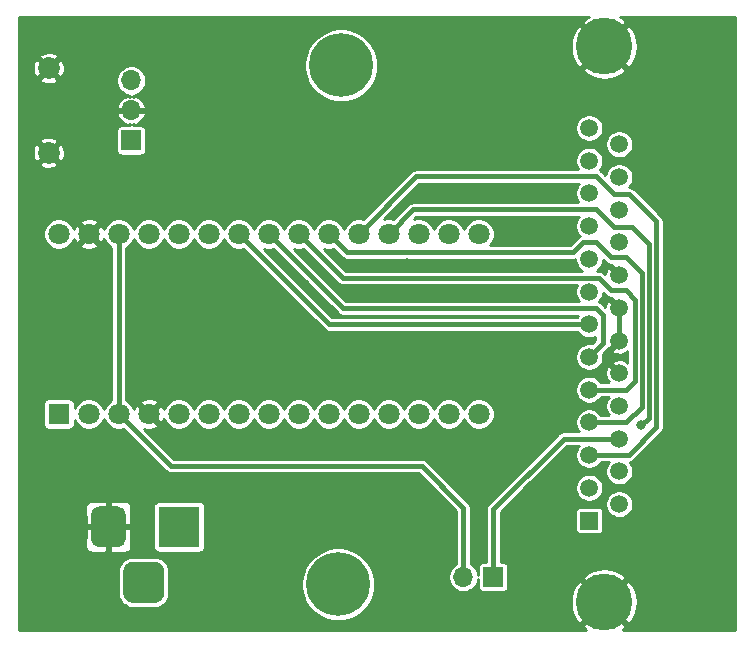
<source format=gbr>
%TF.GenerationSoftware,KiCad,Pcbnew,(5.1.6)-1*%
%TF.CreationDate,2023-12-08T07:15:53-05:00*%
%TF.ProjectId,plipbox-wiretap,706c6970-626f-4782-9d77-697265746170,rev?*%
%TF.SameCoordinates,Original*%
%TF.FileFunction,Copper,L2,Bot*%
%TF.FilePolarity,Positive*%
%FSLAX46Y46*%
G04 Gerber Fmt 4.6, Leading zero omitted, Abs format (unit mm)*
G04 Created by KiCad (PCBNEW (5.1.6)-1) date 2023-12-08 07:15:53*
%MOMM*%
%LPD*%
G01*
G04 APERTURE LIST*
%TA.AperFunction,ComponentPad*%
%ADD10C,5.400000*%
%TD*%
%TA.AperFunction,ComponentPad*%
%ADD11C,0.800000*%
%TD*%
%TA.AperFunction,ComponentPad*%
%ADD12R,1.500000X1.500000*%
%TD*%
%TA.AperFunction,ComponentPad*%
%ADD13C,1.500000*%
%TD*%
%TA.AperFunction,ComponentPad*%
%ADD14C,4.800000*%
%TD*%
%TA.AperFunction,ComponentPad*%
%ADD15R,1.700000X1.700000*%
%TD*%
%TA.AperFunction,ComponentPad*%
%ADD16O,1.700000X1.700000*%
%TD*%
%TA.AperFunction,ComponentPad*%
%ADD17R,3.500000X3.500000*%
%TD*%
%TA.AperFunction,ComponentPad*%
%ADD18C,1.800000*%
%TD*%
%TA.AperFunction,ComponentPad*%
%ADD19R,1.800000X1.800000*%
%TD*%
%TA.AperFunction,ComponentPad*%
%ADD20C,1.850000*%
%TD*%
%TA.AperFunction,ViaPad*%
%ADD21C,0.800000*%
%TD*%
%TA.AperFunction,Conductor*%
%ADD22C,0.400000*%
%TD*%
%TA.AperFunction,Conductor*%
%ADD23C,0.254000*%
%TD*%
G04 APERTURE END LIST*
D10*
%TO.P,REF\u002A\u002A,1*%
%TO.N,N/C*%
X176022000Y-101092000D03*
D11*
X178047000Y-101092000D03*
X177453891Y-102523891D03*
X176022000Y-103117000D03*
X174590109Y-102523891D03*
X173997000Y-101092000D03*
X174590109Y-99660109D03*
X176022000Y-99067000D03*
X177453891Y-99660109D03*
%TD*%
%TO.P,REF\u002A\u002A,1*%
%TO.N,N/C*%
X177707891Y-55718109D03*
X176276000Y-55125000D03*
X174844109Y-55718109D03*
X174251000Y-57150000D03*
X174844109Y-58581891D03*
X176276000Y-59175000D03*
X177707891Y-58581891D03*
X178301000Y-57150000D03*
D10*
X176276000Y-57150000D03*
%TD*%
D12*
%TO.P,J0,1*%
%TO.N,D3*%
X197281800Y-95681800D03*
D13*
%TO.P,J0,2*%
%TO.N,A0*%
X197281800Y-92911800D03*
%TO.P,J0,3*%
%TO.N,A1*%
X197281800Y-90141800D03*
%TO.P,J0,4*%
%TO.N,A2*%
X197281800Y-87371800D03*
%TO.P,J0,5*%
%TO.N,A3*%
X197281800Y-84601800D03*
%TO.P,J0,6*%
%TO.N,A4*%
X197281800Y-81831800D03*
%TO.P,J0,7*%
%TO.N,A5*%
X197281800Y-79061800D03*
%TO.P,J0,8*%
%TO.N,D6*%
X197281800Y-76291800D03*
%TO.P,J0,9*%
%TO.N,D7*%
X197281800Y-73521800D03*
%TO.P,J0,10*%
%TO.N,D8*%
X197281800Y-70751800D03*
%TO.P,J0,11*%
%TO.N,D4*%
X197281800Y-67981800D03*
%TO.P,J0,12*%
%TO.N,D5*%
X197281800Y-65211800D03*
%TO.P,J0,13*%
%TO.N,D9*%
X197281800Y-62441800D03*
%TO.P,J0,14*%
%TO.N,N/C*%
X199821800Y-94296800D03*
%TO.P,J0,15*%
X199821800Y-91526800D03*
%TO.P,J0,16*%
%TO.N,Net-(J0-Pad16)*%
X199821800Y-88756800D03*
%TO.P,J0,17*%
%TO.N,GND*%
X199821800Y-85986800D03*
%TO.P,J0,18*%
X199821800Y-83216800D03*
%TO.P,J0,19*%
X199821800Y-80446800D03*
%TO.P,J0,20*%
X199821800Y-77676800D03*
%TO.P,J0,21*%
X199821800Y-74906800D03*
%TO.P,J0,22*%
X199821800Y-72136800D03*
%TO.P,J0,23*%
%TO.N,N/C*%
X199821800Y-69366800D03*
%TO.P,J0,24*%
X199821800Y-66596800D03*
%TO.P,J0,25*%
X199821800Y-63826800D03*
D14*
%TO.P,J0,MH1*%
%TO.N,GND*%
X198551800Y-102581800D03*
%TO.P,J0,MH2*%
X198551800Y-55541800D03*
%TD*%
D15*
%TO.P,J1,1*%
%TO.N,VCC*%
X158496000Y-63500000D03*
D16*
%TO.P,J1,2*%
%TO.N,GND*%
X158496000Y-60960000D03*
%TO.P,J1,3*%
%TO.N,+5V*%
X158496000Y-58420000D03*
%TD*%
D17*
%TO.P,J3,1*%
%TO.N,VCC*%
X162560000Y-96215200D03*
%TO.P,J3,2*%
%TO.N,GND*%
%TA.AperFunction,ComponentPad*%
G36*
G01*
X155060000Y-97215200D02*
X155060000Y-95215200D01*
G75*
G02*
X155810000Y-94465200I750000J0D01*
G01*
X157310000Y-94465200D01*
G75*
G02*
X158060000Y-95215200I0J-750000D01*
G01*
X158060000Y-97215200D01*
G75*
G02*
X157310000Y-97965200I-750000J0D01*
G01*
X155810000Y-97965200D01*
G75*
G02*
X155060000Y-97215200I0J750000D01*
G01*
G37*
%TD.AperFunction*%
%TO.P,J3,3*%
%TO.N,N/C*%
%TA.AperFunction,ComponentPad*%
G36*
G01*
X157810000Y-101790200D02*
X157810000Y-100040200D01*
G75*
G02*
X158685000Y-99165200I875000J0D01*
G01*
X160435000Y-99165200D01*
G75*
G02*
X161310000Y-100040200I0J-875000D01*
G01*
X161310000Y-101790200D01*
G75*
G02*
X160435000Y-102665200I-875000J0D01*
G01*
X158685000Y-102665200D01*
G75*
G02*
X157810000Y-101790200I0J875000D01*
G01*
G37*
%TD.AperFunction*%
%TD*%
D18*
%TO.P,TB1,30*%
%TO.N,VCC*%
X152374600Y-71424800D03*
%TO.P,TB1,29*%
%TO.N,GND*%
X154914600Y-71424800D03*
%TO.P,TB1,28*%
%TO.N,RST*%
X157454600Y-71424800D03*
%TO.P,TB1,27*%
%TO.N,+5V*%
X159994600Y-71424800D03*
%TO.P,TB1,26*%
%TO.N,N/C*%
X162534600Y-71424800D03*
%TO.P,TB1,25*%
X165074600Y-71424800D03*
%TO.P,TB1,24*%
%TO.N,A5*%
X167614600Y-71424800D03*
%TO.P,TB1,23*%
%TO.N,A4*%
X170154600Y-71424800D03*
%TO.P,TB1,22*%
%TO.N,A3*%
X172694600Y-71424800D03*
%TO.P,TB1,21*%
%TO.N,A2*%
X175234600Y-71424800D03*
%TO.P,TB1,20*%
%TO.N,A1*%
X177774600Y-71424800D03*
%TO.P,TB1,19*%
%TO.N,A0*%
X180314600Y-71424800D03*
%TO.P,TB1,18*%
%TO.N,N/C*%
X182854600Y-71424800D03*
%TO.P,TB1,17*%
X185394600Y-71424800D03*
%TO.P,TB1,16*%
X187934600Y-71424800D03*
%TO.P,TB1,15*%
X187934600Y-86664800D03*
%TO.P,TB1,14*%
X185394600Y-86664800D03*
%TO.P,TB1,13*%
X182854600Y-86664800D03*
%TO.P,TB1,12*%
%TO.N,D9*%
X180314600Y-86664800D03*
%TO.P,TB1,11*%
%TO.N,D8*%
X177774600Y-86664800D03*
%TO.P,TB1,10*%
%TO.N,D7*%
X175234600Y-86664800D03*
%TO.P,TB1,9*%
%TO.N,D6*%
X172694600Y-86664800D03*
%TO.P,TB1,8*%
%TO.N,D5*%
X170154600Y-86664800D03*
%TO.P,TB1,7*%
%TO.N,D4*%
X167614600Y-86664800D03*
%TO.P,TB1,6*%
%TO.N,D3*%
X165074600Y-86664800D03*
%TO.P,TB1,5*%
%TO.N,N/C*%
X162534600Y-86664800D03*
%TO.P,TB1,4*%
%TO.N,GND*%
X159994600Y-86664800D03*
%TO.P,TB1,3*%
%TO.N,RST*%
X157454600Y-86664800D03*
%TO.P,TB1,2*%
%TO.N,N/C*%
X154914600Y-86664800D03*
D19*
%TO.P,TB1,1*%
X152374600Y-86664800D03*
%TD*%
D20*
%TO.P,J2,MH1*%
%TO.N,GND*%
X151511000Y-57385000D03*
%TO.P,J2,MH2*%
X151511000Y-64535000D03*
%TD*%
D15*
%TO.P,J4,1*%
%TO.N,Net-(J0-Pad16)*%
X189153800Y-100467160D03*
D16*
%TO.P,J4,2*%
%TO.N,RST*%
X186613800Y-100467160D03*
%TD*%
D21*
%TO.N,A0*%
X201676000Y-87630000D03*
%TO.N,GND*%
X172974000Y-82550000D03*
X175514000Y-82550000D03*
X178054000Y-82550000D03*
X180594000Y-82550000D03*
X183134000Y-82550000D03*
X181864000Y-76454000D03*
X181864000Y-73914000D03*
X190754000Y-71374000D03*
X190754000Y-67818000D03*
X173228000Y-75692000D03*
X195326000Y-80518000D03*
%TD*%
D22*
%TO.N,A0*%
X197853499Y-69342000D02*
X199377499Y-70866000D01*
X202345989Y-72297989D02*
X202345989Y-86960011D01*
X200914000Y-70866000D02*
X202345989Y-72297989D01*
X180314600Y-71424800D02*
X182397400Y-69342000D01*
X199377499Y-70866000D02*
X200914000Y-70866000D01*
X202345989Y-86960011D02*
X201676000Y-87630000D01*
X182397400Y-69342000D02*
X197853499Y-69342000D01*
%TO.N,A1*%
X199390000Y-68072000D02*
X200660000Y-68072000D01*
X200608800Y-90141800D02*
X197281800Y-90141800D01*
X202946000Y-70358000D02*
X202946000Y-87804600D01*
X202946000Y-87804600D02*
X200608800Y-90141800D01*
X200660000Y-68072000D02*
X202946000Y-70358000D01*
X177774600Y-71424800D02*
X182651400Y-66548000D01*
X197866000Y-66548000D02*
X199390000Y-68072000D01*
X182651400Y-66548000D02*
X197866000Y-66548000D01*
%TO.N,A2*%
X199136000Y-73406000D02*
X200406000Y-73406000D01*
X196780799Y-72136000D02*
X197866000Y-72136000D01*
X197866000Y-72136000D02*
X199136000Y-73406000D01*
X201745978Y-86036022D02*
X200410200Y-87371800D01*
X195947000Y-72969799D02*
X196780799Y-72136000D01*
X200406000Y-73406000D02*
X201745978Y-74745978D01*
X200410200Y-87371800D02*
X197281800Y-87371800D01*
X176779599Y-72969799D02*
X195947000Y-72969799D01*
X175234600Y-71424800D02*
X176779599Y-72969799D01*
X201745978Y-74745978D02*
X201745978Y-86036022D01*
%TO.N,A3*%
X199136000Y-76200000D02*
X200353501Y-76200000D01*
X200386200Y-84601800D02*
X197281800Y-84601800D01*
X201145967Y-76992466D02*
X201145967Y-83842033D01*
X198077799Y-75141799D02*
X199136000Y-76200000D01*
X172694600Y-71424800D02*
X176411599Y-75141799D01*
X176411599Y-75141799D02*
X198077799Y-75141799D01*
X200353501Y-76200000D02*
X201145967Y-76992466D01*
X201145967Y-83842033D02*
X200386200Y-84601800D01*
%TO.N,A4*%
X198431801Y-78272800D02*
X198431801Y-80681799D01*
X197883001Y-77724000D02*
X198431801Y-78272800D01*
X198431801Y-80681799D02*
X197281800Y-81831800D01*
X170154600Y-71424800D02*
X176453800Y-77724000D01*
X176453800Y-77724000D02*
X197883001Y-77724000D01*
%TO.N,A5*%
X175251600Y-79061800D02*
X197281800Y-79061800D01*
X167614600Y-71424800D02*
X175251600Y-79061800D01*
%TO.N,GND*%
X199821800Y-77676800D02*
X199821800Y-80446800D01*
%TO.N,RST*%
X157454600Y-71424800D02*
X157454600Y-86664800D01*
X183083200Y-91064080D02*
X161853880Y-91064080D01*
X186613800Y-100467160D02*
X186613800Y-94594680D01*
X161853880Y-91064080D02*
X157454600Y-86664800D01*
X186613800Y-94594680D02*
X183083200Y-91064080D01*
%TO.N,Net-(J0-Pad16)*%
X199810680Y-88767920D02*
X199821800Y-88756800D01*
X189153800Y-94711520D02*
X189153800Y-100467160D01*
X199821800Y-88756800D02*
X195108520Y-88756800D01*
X195108520Y-88756800D02*
X189153800Y-94711520D01*
%TD*%
D23*
%TO.N,GND*%
G36*
X196986505Y-53171292D02*
G01*
X196710509Y-53520904D01*
X198551800Y-55362195D01*
X200393091Y-53520904D01*
X200117095Y-53171292D01*
X199849253Y-53030000D01*
X209606000Y-53030000D01*
X209606001Y-104958000D01*
X200106446Y-104958000D01*
X200117095Y-104952308D01*
X200393091Y-104602696D01*
X198551800Y-102761405D01*
X196710509Y-104602696D01*
X196986505Y-104952308D01*
X196997295Y-104958000D01*
X149042000Y-104958000D01*
X149042000Y-100040200D01*
X157380934Y-100040200D01*
X157380934Y-101790200D01*
X157405991Y-102044611D01*
X157480200Y-102289244D01*
X157600709Y-102514700D01*
X157762886Y-102712314D01*
X157960500Y-102874491D01*
X158185956Y-102995000D01*
X158430589Y-103069209D01*
X158685000Y-103094266D01*
X160435000Y-103094266D01*
X160689411Y-103069209D01*
X160934044Y-102995000D01*
X161159500Y-102874491D01*
X161357114Y-102712314D01*
X161519291Y-102514700D01*
X161639800Y-102289244D01*
X161714009Y-102044611D01*
X161739066Y-101790200D01*
X161739066Y-100784017D01*
X172895000Y-100784017D01*
X172895000Y-101399983D01*
X173015169Y-102004112D01*
X173250889Y-102573190D01*
X173593101Y-103085346D01*
X174028654Y-103520899D01*
X174540810Y-103863111D01*
X175109888Y-104098831D01*
X175714017Y-104219000D01*
X176329983Y-104219000D01*
X176934112Y-104098831D01*
X177503190Y-103863111D01*
X178015346Y-103520899D01*
X178450899Y-103085346D01*
X178777009Y-102597288D01*
X195711164Y-102597288D01*
X195768768Y-103151171D01*
X195933322Y-103683173D01*
X196181292Y-104147095D01*
X196530904Y-104423091D01*
X198372195Y-102581800D01*
X198731405Y-102581800D01*
X200572696Y-104423091D01*
X200922308Y-104147095D01*
X201182133Y-103654555D01*
X201340876Y-103120790D01*
X201392436Y-102566312D01*
X201334832Y-102012429D01*
X201170278Y-101480427D01*
X200922308Y-101016505D01*
X200572696Y-100740509D01*
X198731405Y-102581800D01*
X198372195Y-102581800D01*
X196530904Y-100740509D01*
X196181292Y-101016505D01*
X195921467Y-101509045D01*
X195762724Y-102042810D01*
X195711164Y-102597288D01*
X178777009Y-102597288D01*
X178793111Y-102573190D01*
X179028831Y-102004112D01*
X179149000Y-101399983D01*
X179149000Y-100784017D01*
X179028831Y-100179888D01*
X178793111Y-99610810D01*
X178450899Y-99098654D01*
X178015346Y-98663101D01*
X177503190Y-98320889D01*
X176934112Y-98085169D01*
X176329983Y-97965000D01*
X175714017Y-97965000D01*
X175109888Y-98085169D01*
X174540810Y-98320889D01*
X174028654Y-98663101D01*
X173593101Y-99098654D01*
X173250889Y-99610810D01*
X173015169Y-100179888D01*
X172895000Y-100784017D01*
X161739066Y-100784017D01*
X161739066Y-100040200D01*
X161714009Y-99785789D01*
X161639800Y-99541156D01*
X161519291Y-99315700D01*
X161357114Y-99118086D01*
X161159500Y-98955909D01*
X160934044Y-98835400D01*
X160689411Y-98761191D01*
X160435000Y-98736134D01*
X158685000Y-98736134D01*
X158430589Y-98761191D01*
X158185956Y-98835400D01*
X157960500Y-98955909D01*
X157762886Y-99118086D01*
X157600709Y-99315700D01*
X157480200Y-99541156D01*
X157405991Y-99785789D01*
X157380934Y-100040200D01*
X149042000Y-100040200D01*
X149042000Y-97965200D01*
X154630934Y-97965200D01*
X154639178Y-98048907D01*
X154663595Y-98129396D01*
X154703245Y-98203576D01*
X154756605Y-98268595D01*
X154821624Y-98321955D01*
X154895804Y-98361605D01*
X154976293Y-98386022D01*
X155060000Y-98394266D01*
X156326250Y-98392200D01*
X156433000Y-98285450D01*
X156433000Y-96342200D01*
X156687000Y-96342200D01*
X156687000Y-98285450D01*
X156793750Y-98392200D01*
X158060000Y-98394266D01*
X158143707Y-98386022D01*
X158224196Y-98361605D01*
X158298376Y-98321955D01*
X158363395Y-98268595D01*
X158416755Y-98203576D01*
X158456405Y-98129396D01*
X158480822Y-98048907D01*
X158489066Y-97965200D01*
X158487000Y-96448950D01*
X158380250Y-96342200D01*
X156687000Y-96342200D01*
X156433000Y-96342200D01*
X154739750Y-96342200D01*
X154633000Y-96448950D01*
X154630934Y-97965200D01*
X149042000Y-97965200D01*
X149042000Y-94465200D01*
X154630934Y-94465200D01*
X154633000Y-95981450D01*
X154739750Y-96088200D01*
X156433000Y-96088200D01*
X156433000Y-94144950D01*
X156687000Y-94144950D01*
X156687000Y-96088200D01*
X158380250Y-96088200D01*
X158487000Y-95981450D01*
X158489066Y-94465200D01*
X160380934Y-94465200D01*
X160380934Y-97965200D01*
X160389178Y-98048907D01*
X160413595Y-98129396D01*
X160453245Y-98203576D01*
X160506605Y-98268595D01*
X160571624Y-98321955D01*
X160645804Y-98361605D01*
X160726293Y-98386022D01*
X160810000Y-98394266D01*
X164310000Y-98394266D01*
X164393707Y-98386022D01*
X164474196Y-98361605D01*
X164548376Y-98321955D01*
X164613395Y-98268595D01*
X164666755Y-98203576D01*
X164706405Y-98129396D01*
X164730822Y-98048907D01*
X164739066Y-97965200D01*
X164739066Y-94465200D01*
X164730822Y-94381493D01*
X164706405Y-94301004D01*
X164666755Y-94226824D01*
X164613395Y-94161805D01*
X164548376Y-94108445D01*
X164474196Y-94068795D01*
X164393707Y-94044378D01*
X164310000Y-94036134D01*
X160810000Y-94036134D01*
X160726293Y-94044378D01*
X160645804Y-94068795D01*
X160571624Y-94108445D01*
X160506605Y-94161805D01*
X160453245Y-94226824D01*
X160413595Y-94301004D01*
X160389178Y-94381493D01*
X160380934Y-94465200D01*
X158489066Y-94465200D01*
X158480822Y-94381493D01*
X158456405Y-94301004D01*
X158416755Y-94226824D01*
X158363395Y-94161805D01*
X158298376Y-94108445D01*
X158224196Y-94068795D01*
X158143707Y-94044378D01*
X158060000Y-94036134D01*
X156793750Y-94038200D01*
X156687000Y-94144950D01*
X156433000Y-94144950D01*
X156326250Y-94038200D01*
X155060000Y-94036134D01*
X154976293Y-94044378D01*
X154895804Y-94068795D01*
X154821624Y-94108445D01*
X154756605Y-94161805D01*
X154703245Y-94226824D01*
X154663595Y-94301004D01*
X154639178Y-94381493D01*
X154630934Y-94465200D01*
X149042000Y-94465200D01*
X149042000Y-85764800D01*
X151045534Y-85764800D01*
X151045534Y-87564800D01*
X151053778Y-87648507D01*
X151078195Y-87728996D01*
X151117845Y-87803176D01*
X151171205Y-87868195D01*
X151236224Y-87921555D01*
X151310404Y-87961205D01*
X151390893Y-87985622D01*
X151474600Y-87993866D01*
X153274600Y-87993866D01*
X153358307Y-87985622D01*
X153438796Y-87961205D01*
X153512976Y-87921555D01*
X153577995Y-87868195D01*
X153631355Y-87803176D01*
X153671005Y-87728996D01*
X153695422Y-87648507D01*
X153703666Y-87564800D01*
X153703666Y-87208964D01*
X153738628Y-87293370D01*
X153883852Y-87510713D01*
X154068687Y-87695548D01*
X154286030Y-87840772D01*
X154527528Y-87940804D01*
X154783902Y-87991800D01*
X155045298Y-87991800D01*
X155301672Y-87940804D01*
X155543170Y-87840772D01*
X155760513Y-87695548D01*
X155945348Y-87510713D01*
X156090572Y-87293370D01*
X156184600Y-87066367D01*
X156278628Y-87293370D01*
X156423852Y-87510713D01*
X156608687Y-87695548D01*
X156826030Y-87840772D01*
X157067528Y-87940804D01*
X157323902Y-87991800D01*
X157585298Y-87991800D01*
X157841672Y-87940804D01*
X157843242Y-87940154D01*
X161388746Y-91485658D01*
X161408379Y-91509581D01*
X161503852Y-91587933D01*
X161612777Y-91646155D01*
X161730967Y-91682007D01*
X161823086Y-91691080D01*
X161823087Y-91691080D01*
X161853879Y-91694113D01*
X161884671Y-91691080D01*
X182823489Y-91691080D01*
X185986801Y-94854393D01*
X185986800Y-99350273D01*
X185799760Y-99475249D01*
X185621889Y-99653120D01*
X185482137Y-99862274D01*
X185385874Y-100094673D01*
X185336800Y-100341386D01*
X185336800Y-100592934D01*
X185385874Y-100839647D01*
X185482137Y-101072046D01*
X185621889Y-101281200D01*
X185799760Y-101459071D01*
X186008914Y-101598823D01*
X186241313Y-101695086D01*
X186488026Y-101744160D01*
X186739574Y-101744160D01*
X186986287Y-101695086D01*
X187218686Y-101598823D01*
X187427840Y-101459071D01*
X187605711Y-101281200D01*
X187745463Y-101072046D01*
X187841726Y-100839647D01*
X187874734Y-100673704D01*
X187874734Y-101317160D01*
X187882978Y-101400867D01*
X187907395Y-101481356D01*
X187947045Y-101555536D01*
X188000405Y-101620555D01*
X188065424Y-101673915D01*
X188139604Y-101713565D01*
X188220093Y-101737982D01*
X188303800Y-101746226D01*
X190003800Y-101746226D01*
X190087507Y-101737982D01*
X190167996Y-101713565D01*
X190242176Y-101673915D01*
X190307195Y-101620555D01*
X190360555Y-101555536D01*
X190400205Y-101481356D01*
X190424622Y-101400867D01*
X190432866Y-101317160D01*
X190432866Y-100560904D01*
X196710509Y-100560904D01*
X198551800Y-102402195D01*
X200393091Y-100560904D01*
X200117095Y-100211292D01*
X199624555Y-99951467D01*
X199090790Y-99792724D01*
X198536312Y-99741164D01*
X197982429Y-99798768D01*
X197450427Y-99963322D01*
X196986505Y-100211292D01*
X196710509Y-100560904D01*
X190432866Y-100560904D01*
X190432866Y-99617160D01*
X190424622Y-99533453D01*
X190400205Y-99452964D01*
X190360555Y-99378784D01*
X190307195Y-99313765D01*
X190242176Y-99260405D01*
X190167996Y-99220755D01*
X190087507Y-99196338D01*
X190003800Y-99188094D01*
X189780800Y-99188094D01*
X189780800Y-94971231D01*
X189820231Y-94931800D01*
X196102734Y-94931800D01*
X196102734Y-96431800D01*
X196110978Y-96515507D01*
X196135395Y-96595996D01*
X196175045Y-96670176D01*
X196228405Y-96735195D01*
X196293424Y-96788555D01*
X196367604Y-96828205D01*
X196448093Y-96852622D01*
X196531800Y-96860866D01*
X198031800Y-96860866D01*
X198115507Y-96852622D01*
X198195996Y-96828205D01*
X198270176Y-96788555D01*
X198335195Y-96735195D01*
X198388555Y-96670176D01*
X198428205Y-96595996D01*
X198452622Y-96515507D01*
X198460866Y-96431800D01*
X198460866Y-94931800D01*
X198452622Y-94848093D01*
X198428205Y-94767604D01*
X198388555Y-94693424D01*
X198335195Y-94628405D01*
X198270176Y-94575045D01*
X198195996Y-94535395D01*
X198115507Y-94510978D01*
X198031800Y-94502734D01*
X196531800Y-94502734D01*
X196448093Y-94510978D01*
X196367604Y-94535395D01*
X196293424Y-94575045D01*
X196228405Y-94628405D01*
X196175045Y-94693424D01*
X196135395Y-94767604D01*
X196110978Y-94848093D01*
X196102734Y-94931800D01*
X189820231Y-94931800D01*
X190571155Y-94180876D01*
X198644800Y-94180876D01*
X198644800Y-94412724D01*
X198690031Y-94640118D01*
X198778756Y-94854319D01*
X198907564Y-95047094D01*
X199071506Y-95211036D01*
X199264281Y-95339844D01*
X199478482Y-95428569D01*
X199705876Y-95473800D01*
X199937724Y-95473800D01*
X200165118Y-95428569D01*
X200379319Y-95339844D01*
X200572094Y-95211036D01*
X200736036Y-95047094D01*
X200864844Y-94854319D01*
X200953569Y-94640118D01*
X200998800Y-94412724D01*
X200998800Y-94180876D01*
X200953569Y-93953482D01*
X200864844Y-93739281D01*
X200736036Y-93546506D01*
X200572094Y-93382564D01*
X200379319Y-93253756D01*
X200165118Y-93165031D01*
X199937724Y-93119800D01*
X199705876Y-93119800D01*
X199478482Y-93165031D01*
X199264281Y-93253756D01*
X199071506Y-93382564D01*
X198907564Y-93546506D01*
X198778756Y-93739281D01*
X198690031Y-93953482D01*
X198644800Y-94180876D01*
X190571155Y-94180876D01*
X191956155Y-92795876D01*
X196104800Y-92795876D01*
X196104800Y-93027724D01*
X196150031Y-93255118D01*
X196238756Y-93469319D01*
X196367564Y-93662094D01*
X196531506Y-93826036D01*
X196724281Y-93954844D01*
X196938482Y-94043569D01*
X197165876Y-94088800D01*
X197397724Y-94088800D01*
X197625118Y-94043569D01*
X197839319Y-93954844D01*
X198032094Y-93826036D01*
X198196036Y-93662094D01*
X198324844Y-93469319D01*
X198413569Y-93255118D01*
X198458800Y-93027724D01*
X198458800Y-92795876D01*
X198413569Y-92568482D01*
X198324844Y-92354281D01*
X198196036Y-92161506D01*
X198032094Y-91997564D01*
X197839319Y-91868756D01*
X197625118Y-91780031D01*
X197397724Y-91734800D01*
X197165876Y-91734800D01*
X196938482Y-91780031D01*
X196724281Y-91868756D01*
X196531506Y-91997564D01*
X196367564Y-92161506D01*
X196238756Y-92354281D01*
X196150031Y-92568482D01*
X196104800Y-92795876D01*
X191956155Y-92795876D01*
X195368232Y-89383800D01*
X196375270Y-89383800D01*
X196367564Y-89391506D01*
X196238756Y-89584281D01*
X196150031Y-89798482D01*
X196104800Y-90025876D01*
X196104800Y-90257724D01*
X196150031Y-90485118D01*
X196238756Y-90699319D01*
X196367564Y-90892094D01*
X196531506Y-91056036D01*
X196724281Y-91184844D01*
X196938482Y-91273569D01*
X197165876Y-91318800D01*
X197397724Y-91318800D01*
X197625118Y-91273569D01*
X197839319Y-91184844D01*
X198032094Y-91056036D01*
X198196036Y-90892094D01*
X198278418Y-90768800D01*
X198915270Y-90768800D01*
X198907564Y-90776506D01*
X198778756Y-90969281D01*
X198690031Y-91183482D01*
X198644800Y-91410876D01*
X198644800Y-91642724D01*
X198690031Y-91870118D01*
X198778756Y-92084319D01*
X198907564Y-92277094D01*
X199071506Y-92441036D01*
X199264281Y-92569844D01*
X199478482Y-92658569D01*
X199705876Y-92703800D01*
X199937724Y-92703800D01*
X200165118Y-92658569D01*
X200379319Y-92569844D01*
X200572094Y-92441036D01*
X200736036Y-92277094D01*
X200864844Y-92084319D01*
X200953569Y-91870118D01*
X200998800Y-91642724D01*
X200998800Y-91410876D01*
X200953569Y-91183482D01*
X200864844Y-90969281D01*
X200736036Y-90776506D01*
X200720374Y-90760844D01*
X200731713Y-90759727D01*
X200849903Y-90723875D01*
X200958828Y-90665653D01*
X201054301Y-90587301D01*
X201073938Y-90563373D01*
X203367578Y-88269734D01*
X203391501Y-88250101D01*
X203469853Y-88154628D01*
X203528075Y-88045703D01*
X203563927Y-87927513D01*
X203573000Y-87835394D01*
X203576033Y-87804600D01*
X203573000Y-87773806D01*
X203573000Y-70388793D01*
X203576033Y-70357999D01*
X203563927Y-70235087D01*
X203537751Y-70148796D01*
X203528075Y-70116897D01*
X203469853Y-70007972D01*
X203391501Y-69912499D01*
X203367579Y-69892867D01*
X201125138Y-67650427D01*
X201105501Y-67626499D01*
X201010028Y-67548147D01*
X200901103Y-67489925D01*
X200782913Y-67454073D01*
X200690794Y-67445000D01*
X200660000Y-67441967D01*
X200639105Y-67444025D01*
X200736036Y-67347094D01*
X200864844Y-67154319D01*
X200953569Y-66940118D01*
X200998800Y-66712724D01*
X200998800Y-66480876D01*
X200953569Y-66253482D01*
X200864844Y-66039281D01*
X200736036Y-65846506D01*
X200572094Y-65682564D01*
X200379319Y-65553756D01*
X200165118Y-65465031D01*
X199937724Y-65419800D01*
X199705876Y-65419800D01*
X199478482Y-65465031D01*
X199264281Y-65553756D01*
X199071506Y-65682564D01*
X198907564Y-65846506D01*
X198778756Y-66039281D01*
X198690031Y-66253482D01*
X198651567Y-66446856D01*
X198331138Y-66126427D01*
X198311501Y-66102499D01*
X198216028Y-66024147D01*
X198162562Y-65995568D01*
X198196036Y-65962094D01*
X198324844Y-65769319D01*
X198413569Y-65555118D01*
X198458800Y-65327724D01*
X198458800Y-65095876D01*
X198413569Y-64868482D01*
X198324844Y-64654281D01*
X198196036Y-64461506D01*
X198032094Y-64297564D01*
X197839319Y-64168756D01*
X197625118Y-64080031D01*
X197397724Y-64034800D01*
X197165876Y-64034800D01*
X196938482Y-64080031D01*
X196724281Y-64168756D01*
X196531506Y-64297564D01*
X196367564Y-64461506D01*
X196238756Y-64654281D01*
X196150031Y-64868482D01*
X196104800Y-65095876D01*
X196104800Y-65327724D01*
X196150031Y-65555118D01*
X196238756Y-65769319D01*
X196340106Y-65921000D01*
X182682194Y-65921000D01*
X182651400Y-65917967D01*
X182620606Y-65921000D01*
X182528487Y-65930073D01*
X182410297Y-65965925D01*
X182301372Y-66024147D01*
X182205899Y-66102499D01*
X182186266Y-66126422D01*
X178163242Y-70149446D01*
X178161672Y-70148796D01*
X177905298Y-70097800D01*
X177643902Y-70097800D01*
X177387528Y-70148796D01*
X177146030Y-70248828D01*
X176928687Y-70394052D01*
X176743852Y-70578887D01*
X176598628Y-70796230D01*
X176504600Y-71023233D01*
X176410572Y-70796230D01*
X176265348Y-70578887D01*
X176080513Y-70394052D01*
X175863170Y-70248828D01*
X175621672Y-70148796D01*
X175365298Y-70097800D01*
X175103902Y-70097800D01*
X174847528Y-70148796D01*
X174606030Y-70248828D01*
X174388687Y-70394052D01*
X174203852Y-70578887D01*
X174058628Y-70796230D01*
X173964600Y-71023233D01*
X173870572Y-70796230D01*
X173725348Y-70578887D01*
X173540513Y-70394052D01*
X173323170Y-70248828D01*
X173081672Y-70148796D01*
X172825298Y-70097800D01*
X172563902Y-70097800D01*
X172307528Y-70148796D01*
X172066030Y-70248828D01*
X171848687Y-70394052D01*
X171663852Y-70578887D01*
X171518628Y-70796230D01*
X171424600Y-71023233D01*
X171330572Y-70796230D01*
X171185348Y-70578887D01*
X171000513Y-70394052D01*
X170783170Y-70248828D01*
X170541672Y-70148796D01*
X170285298Y-70097800D01*
X170023902Y-70097800D01*
X169767528Y-70148796D01*
X169526030Y-70248828D01*
X169308687Y-70394052D01*
X169123852Y-70578887D01*
X168978628Y-70796230D01*
X168884600Y-71023233D01*
X168790572Y-70796230D01*
X168645348Y-70578887D01*
X168460513Y-70394052D01*
X168243170Y-70248828D01*
X168001672Y-70148796D01*
X167745298Y-70097800D01*
X167483902Y-70097800D01*
X167227528Y-70148796D01*
X166986030Y-70248828D01*
X166768687Y-70394052D01*
X166583852Y-70578887D01*
X166438628Y-70796230D01*
X166344600Y-71023233D01*
X166250572Y-70796230D01*
X166105348Y-70578887D01*
X165920513Y-70394052D01*
X165703170Y-70248828D01*
X165461672Y-70148796D01*
X165205298Y-70097800D01*
X164943902Y-70097800D01*
X164687528Y-70148796D01*
X164446030Y-70248828D01*
X164228687Y-70394052D01*
X164043852Y-70578887D01*
X163898628Y-70796230D01*
X163804600Y-71023233D01*
X163710572Y-70796230D01*
X163565348Y-70578887D01*
X163380513Y-70394052D01*
X163163170Y-70248828D01*
X162921672Y-70148796D01*
X162665298Y-70097800D01*
X162403902Y-70097800D01*
X162147528Y-70148796D01*
X161906030Y-70248828D01*
X161688687Y-70394052D01*
X161503852Y-70578887D01*
X161358628Y-70796230D01*
X161264600Y-71023233D01*
X161170572Y-70796230D01*
X161025348Y-70578887D01*
X160840513Y-70394052D01*
X160623170Y-70248828D01*
X160381672Y-70148796D01*
X160125298Y-70097800D01*
X159863902Y-70097800D01*
X159607528Y-70148796D01*
X159366030Y-70248828D01*
X159148687Y-70394052D01*
X158963852Y-70578887D01*
X158818628Y-70796230D01*
X158724600Y-71023233D01*
X158630572Y-70796230D01*
X158485348Y-70578887D01*
X158300513Y-70394052D01*
X158083170Y-70248828D01*
X157841672Y-70148796D01*
X157585298Y-70097800D01*
X157323902Y-70097800D01*
X157067528Y-70148796D01*
X156826030Y-70248828D01*
X156608687Y-70394052D01*
X156423852Y-70578887D01*
X156278628Y-70796230D01*
X156182529Y-71028232D01*
X156115960Y-70846228D01*
X156063105Y-70747343D01*
X155867129Y-70651876D01*
X155094205Y-71424800D01*
X155867129Y-72197724D01*
X156063105Y-72102257D01*
X156173202Y-71865178D01*
X156183361Y-71823376D01*
X156278628Y-72053370D01*
X156423852Y-72270713D01*
X156608687Y-72455548D01*
X156826030Y-72600772D01*
X156827600Y-72601422D01*
X156827601Y-85488177D01*
X156826030Y-85488828D01*
X156608687Y-85634052D01*
X156423852Y-85818887D01*
X156278628Y-86036230D01*
X156184600Y-86263233D01*
X156090572Y-86036230D01*
X155945348Y-85818887D01*
X155760513Y-85634052D01*
X155543170Y-85488828D01*
X155301672Y-85388796D01*
X155045298Y-85337800D01*
X154783902Y-85337800D01*
X154527528Y-85388796D01*
X154286030Y-85488828D01*
X154068687Y-85634052D01*
X153883852Y-85818887D01*
X153738628Y-86036230D01*
X153703666Y-86120636D01*
X153703666Y-85764800D01*
X153695422Y-85681093D01*
X153671005Y-85600604D01*
X153631355Y-85526424D01*
X153577995Y-85461405D01*
X153512976Y-85408045D01*
X153438796Y-85368395D01*
X153358307Y-85343978D01*
X153274600Y-85335734D01*
X151474600Y-85335734D01*
X151390893Y-85343978D01*
X151310404Y-85368395D01*
X151236224Y-85408045D01*
X151171205Y-85461405D01*
X151117845Y-85526424D01*
X151078195Y-85600604D01*
X151053778Y-85681093D01*
X151045534Y-85764800D01*
X149042000Y-85764800D01*
X149042000Y-71294102D01*
X151047600Y-71294102D01*
X151047600Y-71555498D01*
X151098596Y-71811872D01*
X151198628Y-72053370D01*
X151343852Y-72270713D01*
X151528687Y-72455548D01*
X151746030Y-72600772D01*
X151987528Y-72700804D01*
X152243902Y-72751800D01*
X152505298Y-72751800D01*
X152761672Y-72700804D01*
X153003170Y-72600772D01*
X153220513Y-72455548D01*
X153298732Y-72377329D01*
X154141676Y-72377329D01*
X154237143Y-72573305D01*
X154474222Y-72683402D01*
X154728226Y-72745132D01*
X154989391Y-72756122D01*
X155247681Y-72715950D01*
X155493172Y-72626160D01*
X155592057Y-72573305D01*
X155687524Y-72377329D01*
X154914600Y-71604405D01*
X154141676Y-72377329D01*
X153298732Y-72377329D01*
X153405348Y-72270713D01*
X153550572Y-72053370D01*
X153646671Y-71821368D01*
X153713240Y-72003372D01*
X153766095Y-72102257D01*
X153962071Y-72197724D01*
X154734995Y-71424800D01*
X153962071Y-70651876D01*
X153766095Y-70747343D01*
X153655998Y-70984422D01*
X153645839Y-71026224D01*
X153550572Y-70796230D01*
X153405348Y-70578887D01*
X153298732Y-70472271D01*
X154141676Y-70472271D01*
X154914600Y-71245195D01*
X155687524Y-70472271D01*
X155592057Y-70276295D01*
X155354978Y-70166198D01*
X155100974Y-70104468D01*
X154839809Y-70093478D01*
X154581519Y-70133650D01*
X154336028Y-70223440D01*
X154237143Y-70276295D01*
X154141676Y-70472271D01*
X153298732Y-70472271D01*
X153220513Y-70394052D01*
X153003170Y-70248828D01*
X152761672Y-70148796D01*
X152505298Y-70097800D01*
X152243902Y-70097800D01*
X151987528Y-70148796D01*
X151746030Y-70248828D01*
X151528687Y-70394052D01*
X151343852Y-70578887D01*
X151198628Y-70796230D01*
X151098596Y-71037728D01*
X151047600Y-71294102D01*
X149042000Y-71294102D01*
X149042000Y-65505386D01*
X150720219Y-65505386D01*
X150818711Y-65703920D01*
X151060058Y-65816518D01*
X151318734Y-65879868D01*
X151584799Y-65891536D01*
X151848028Y-65851073D01*
X152098305Y-65760034D01*
X152203289Y-65703920D01*
X152301781Y-65505386D01*
X151511000Y-64714605D01*
X150720219Y-65505386D01*
X149042000Y-65505386D01*
X149042000Y-64608799D01*
X150154464Y-64608799D01*
X150194927Y-64872028D01*
X150285966Y-65122305D01*
X150342080Y-65227289D01*
X150540614Y-65325781D01*
X151331395Y-64535000D01*
X151690605Y-64535000D01*
X152481386Y-65325781D01*
X152679920Y-65227289D01*
X152792518Y-64985942D01*
X152855868Y-64727266D01*
X152867536Y-64461201D01*
X152827073Y-64197972D01*
X152736034Y-63947695D01*
X152679920Y-63842711D01*
X152481386Y-63744219D01*
X151690605Y-64535000D01*
X151331395Y-64535000D01*
X150540614Y-63744219D01*
X150342080Y-63842711D01*
X150229482Y-64084058D01*
X150166132Y-64342734D01*
X150154464Y-64608799D01*
X149042000Y-64608799D01*
X149042000Y-63564614D01*
X150720219Y-63564614D01*
X151511000Y-64355395D01*
X152301781Y-63564614D01*
X152203289Y-63366080D01*
X151961942Y-63253482D01*
X151703266Y-63190132D01*
X151437201Y-63178464D01*
X151173972Y-63218927D01*
X150923695Y-63309966D01*
X150818711Y-63366080D01*
X150720219Y-63564614D01*
X149042000Y-63564614D01*
X149042000Y-62650000D01*
X157216934Y-62650000D01*
X157216934Y-64350000D01*
X157225178Y-64433707D01*
X157249595Y-64514196D01*
X157289245Y-64588376D01*
X157342605Y-64653395D01*
X157407624Y-64706755D01*
X157481804Y-64746405D01*
X157562293Y-64770822D01*
X157646000Y-64779066D01*
X159346000Y-64779066D01*
X159429707Y-64770822D01*
X159510196Y-64746405D01*
X159584376Y-64706755D01*
X159649395Y-64653395D01*
X159702755Y-64588376D01*
X159742405Y-64514196D01*
X159766822Y-64433707D01*
X159775066Y-64350000D01*
X159775066Y-63710876D01*
X198644800Y-63710876D01*
X198644800Y-63942724D01*
X198690031Y-64170118D01*
X198778756Y-64384319D01*
X198907564Y-64577094D01*
X199071506Y-64741036D01*
X199264281Y-64869844D01*
X199478482Y-64958569D01*
X199705876Y-65003800D01*
X199937724Y-65003800D01*
X200165118Y-64958569D01*
X200379319Y-64869844D01*
X200572094Y-64741036D01*
X200736036Y-64577094D01*
X200864844Y-64384319D01*
X200953569Y-64170118D01*
X200998800Y-63942724D01*
X200998800Y-63710876D01*
X200953569Y-63483482D01*
X200864844Y-63269281D01*
X200736036Y-63076506D01*
X200572094Y-62912564D01*
X200379319Y-62783756D01*
X200165118Y-62695031D01*
X199937724Y-62649800D01*
X199705876Y-62649800D01*
X199478482Y-62695031D01*
X199264281Y-62783756D01*
X199071506Y-62912564D01*
X198907564Y-63076506D01*
X198778756Y-63269281D01*
X198690031Y-63483482D01*
X198644800Y-63710876D01*
X159775066Y-63710876D01*
X159775066Y-62650000D01*
X159766822Y-62566293D01*
X159742405Y-62485804D01*
X159702755Y-62411624D01*
X159649395Y-62346605D01*
X159624137Y-62325876D01*
X196104800Y-62325876D01*
X196104800Y-62557724D01*
X196150031Y-62785118D01*
X196238756Y-62999319D01*
X196367564Y-63192094D01*
X196531506Y-63356036D01*
X196724281Y-63484844D01*
X196938482Y-63573569D01*
X197165876Y-63618800D01*
X197397724Y-63618800D01*
X197625118Y-63573569D01*
X197839319Y-63484844D01*
X198032094Y-63356036D01*
X198196036Y-63192094D01*
X198324844Y-62999319D01*
X198413569Y-62785118D01*
X198458800Y-62557724D01*
X198458800Y-62325876D01*
X198413569Y-62098482D01*
X198324844Y-61884281D01*
X198196036Y-61691506D01*
X198032094Y-61527564D01*
X197839319Y-61398756D01*
X197625118Y-61310031D01*
X197397724Y-61264800D01*
X197165876Y-61264800D01*
X196938482Y-61310031D01*
X196724281Y-61398756D01*
X196531506Y-61527564D01*
X196367564Y-61691506D01*
X196238756Y-61884281D01*
X196150031Y-62098482D01*
X196104800Y-62325876D01*
X159624137Y-62325876D01*
X159584376Y-62293245D01*
X159510196Y-62253595D01*
X159429707Y-62229178D01*
X159346000Y-62220934D01*
X158623002Y-62220934D01*
X158623002Y-62123926D01*
X158820214Y-62195164D01*
X159054953Y-62108180D01*
X159268212Y-61977072D01*
X159451795Y-61806878D01*
X159598647Y-61604139D01*
X159703125Y-61376646D01*
X159731158Y-61284213D01*
X159659338Y-61087000D01*
X158623000Y-61087000D01*
X158623000Y-61107000D01*
X158369000Y-61107000D01*
X158369000Y-61087000D01*
X157332662Y-61087000D01*
X157260842Y-61284213D01*
X157288875Y-61376646D01*
X157393353Y-61604139D01*
X157540205Y-61806878D01*
X157723788Y-61977072D01*
X157937047Y-62108180D01*
X158171786Y-62195164D01*
X158368998Y-62123926D01*
X158368998Y-62220934D01*
X157646000Y-62220934D01*
X157562293Y-62229178D01*
X157481804Y-62253595D01*
X157407624Y-62293245D01*
X157342605Y-62346605D01*
X157289245Y-62411624D01*
X157249595Y-62485804D01*
X157225178Y-62566293D01*
X157216934Y-62650000D01*
X149042000Y-62650000D01*
X149042000Y-58355386D01*
X150720219Y-58355386D01*
X150818711Y-58553920D01*
X151060058Y-58666518D01*
X151318734Y-58729868D01*
X151584799Y-58741536D01*
X151848028Y-58701073D01*
X152098305Y-58610034D01*
X152203289Y-58553920D01*
X152301781Y-58355386D01*
X152240621Y-58294226D01*
X157219000Y-58294226D01*
X157219000Y-58545774D01*
X157268074Y-58792487D01*
X157364337Y-59024886D01*
X157504089Y-59234040D01*
X157681960Y-59411911D01*
X157891114Y-59551663D01*
X158123513Y-59647926D01*
X158368998Y-59696756D01*
X158368998Y-59796074D01*
X158171786Y-59724836D01*
X157937047Y-59811820D01*
X157723788Y-59942928D01*
X157540205Y-60113122D01*
X157393353Y-60315861D01*
X157288875Y-60543354D01*
X157260842Y-60635787D01*
X157332662Y-60833000D01*
X158369000Y-60833000D01*
X158369000Y-60813000D01*
X158623000Y-60813000D01*
X158623000Y-60833000D01*
X159659338Y-60833000D01*
X159731158Y-60635787D01*
X159703125Y-60543354D01*
X159598647Y-60315861D01*
X159451795Y-60113122D01*
X159268212Y-59942928D01*
X159054953Y-59811820D01*
X158820214Y-59724836D01*
X158623002Y-59796074D01*
X158623002Y-59696756D01*
X158868487Y-59647926D01*
X159100886Y-59551663D01*
X159310040Y-59411911D01*
X159487911Y-59234040D01*
X159627663Y-59024886D01*
X159723926Y-58792487D01*
X159773000Y-58545774D01*
X159773000Y-58294226D01*
X159723926Y-58047513D01*
X159627663Y-57815114D01*
X159487911Y-57605960D01*
X159310040Y-57428089D01*
X159100886Y-57288337D01*
X158868487Y-57192074D01*
X158621774Y-57143000D01*
X158370226Y-57143000D01*
X158123513Y-57192074D01*
X157891114Y-57288337D01*
X157681960Y-57428089D01*
X157504089Y-57605960D01*
X157364337Y-57815114D01*
X157268074Y-58047513D01*
X157219000Y-58294226D01*
X152240621Y-58294226D01*
X151511000Y-57564605D01*
X150720219Y-58355386D01*
X149042000Y-58355386D01*
X149042000Y-57458799D01*
X150154464Y-57458799D01*
X150194927Y-57722028D01*
X150285966Y-57972305D01*
X150342080Y-58077289D01*
X150540614Y-58175781D01*
X151331395Y-57385000D01*
X151690605Y-57385000D01*
X152481386Y-58175781D01*
X152679920Y-58077289D01*
X152792518Y-57835942D01*
X152855868Y-57577266D01*
X152867536Y-57311201D01*
X152827073Y-57047972D01*
X152752157Y-56842017D01*
X173149000Y-56842017D01*
X173149000Y-57457983D01*
X173269169Y-58062112D01*
X173504889Y-58631190D01*
X173847101Y-59143346D01*
X174282654Y-59578899D01*
X174794810Y-59921111D01*
X175363888Y-60156831D01*
X175968017Y-60277000D01*
X176583983Y-60277000D01*
X177188112Y-60156831D01*
X177757190Y-59921111D01*
X178269346Y-59578899D01*
X178704899Y-59143346D01*
X179047111Y-58631190D01*
X179282831Y-58062112D01*
X179382171Y-57562696D01*
X196710509Y-57562696D01*
X196986505Y-57912308D01*
X197479045Y-58172133D01*
X198012810Y-58330876D01*
X198567288Y-58382436D01*
X199121171Y-58324832D01*
X199653173Y-58160278D01*
X200117095Y-57912308D01*
X200393091Y-57562696D01*
X198551800Y-55721405D01*
X196710509Y-57562696D01*
X179382171Y-57562696D01*
X179403000Y-57457983D01*
X179403000Y-56842017D01*
X179282831Y-56237888D01*
X179047111Y-55668810D01*
X178972595Y-55557288D01*
X195711164Y-55557288D01*
X195768768Y-56111171D01*
X195933322Y-56643173D01*
X196181292Y-57107095D01*
X196530904Y-57383091D01*
X198372195Y-55541800D01*
X198731405Y-55541800D01*
X200572696Y-57383091D01*
X200922308Y-57107095D01*
X201182133Y-56614555D01*
X201340876Y-56080790D01*
X201392436Y-55526312D01*
X201334832Y-54972429D01*
X201170278Y-54440427D01*
X200922308Y-53976505D01*
X200572696Y-53700509D01*
X198731405Y-55541800D01*
X198372195Y-55541800D01*
X196530904Y-53700509D01*
X196181292Y-53976505D01*
X195921467Y-54469045D01*
X195762724Y-55002810D01*
X195711164Y-55557288D01*
X178972595Y-55557288D01*
X178704899Y-55156654D01*
X178269346Y-54721101D01*
X177757190Y-54378889D01*
X177188112Y-54143169D01*
X176583983Y-54023000D01*
X175968017Y-54023000D01*
X175363888Y-54143169D01*
X174794810Y-54378889D01*
X174282654Y-54721101D01*
X173847101Y-55156654D01*
X173504889Y-55668810D01*
X173269169Y-56237888D01*
X173149000Y-56842017D01*
X152752157Y-56842017D01*
X152736034Y-56797695D01*
X152679920Y-56692711D01*
X152481386Y-56594219D01*
X151690605Y-57385000D01*
X151331395Y-57385000D01*
X150540614Y-56594219D01*
X150342080Y-56692711D01*
X150229482Y-56934058D01*
X150166132Y-57192734D01*
X150154464Y-57458799D01*
X149042000Y-57458799D01*
X149042000Y-56414614D01*
X150720219Y-56414614D01*
X151511000Y-57205395D01*
X152301781Y-56414614D01*
X152203289Y-56216080D01*
X151961942Y-56103482D01*
X151703266Y-56040132D01*
X151437201Y-56028464D01*
X151173972Y-56068927D01*
X150923695Y-56159966D01*
X150818711Y-56216080D01*
X150720219Y-56414614D01*
X149042000Y-56414614D01*
X149042000Y-53030000D01*
X197250845Y-53030000D01*
X196986505Y-53171292D01*
G37*
X196986505Y-53171292D02*
X196710509Y-53520904D01*
X198551800Y-55362195D01*
X200393091Y-53520904D01*
X200117095Y-53171292D01*
X199849253Y-53030000D01*
X209606000Y-53030000D01*
X209606001Y-104958000D01*
X200106446Y-104958000D01*
X200117095Y-104952308D01*
X200393091Y-104602696D01*
X198551800Y-102761405D01*
X196710509Y-104602696D01*
X196986505Y-104952308D01*
X196997295Y-104958000D01*
X149042000Y-104958000D01*
X149042000Y-100040200D01*
X157380934Y-100040200D01*
X157380934Y-101790200D01*
X157405991Y-102044611D01*
X157480200Y-102289244D01*
X157600709Y-102514700D01*
X157762886Y-102712314D01*
X157960500Y-102874491D01*
X158185956Y-102995000D01*
X158430589Y-103069209D01*
X158685000Y-103094266D01*
X160435000Y-103094266D01*
X160689411Y-103069209D01*
X160934044Y-102995000D01*
X161159500Y-102874491D01*
X161357114Y-102712314D01*
X161519291Y-102514700D01*
X161639800Y-102289244D01*
X161714009Y-102044611D01*
X161739066Y-101790200D01*
X161739066Y-100784017D01*
X172895000Y-100784017D01*
X172895000Y-101399983D01*
X173015169Y-102004112D01*
X173250889Y-102573190D01*
X173593101Y-103085346D01*
X174028654Y-103520899D01*
X174540810Y-103863111D01*
X175109888Y-104098831D01*
X175714017Y-104219000D01*
X176329983Y-104219000D01*
X176934112Y-104098831D01*
X177503190Y-103863111D01*
X178015346Y-103520899D01*
X178450899Y-103085346D01*
X178777009Y-102597288D01*
X195711164Y-102597288D01*
X195768768Y-103151171D01*
X195933322Y-103683173D01*
X196181292Y-104147095D01*
X196530904Y-104423091D01*
X198372195Y-102581800D01*
X198731405Y-102581800D01*
X200572696Y-104423091D01*
X200922308Y-104147095D01*
X201182133Y-103654555D01*
X201340876Y-103120790D01*
X201392436Y-102566312D01*
X201334832Y-102012429D01*
X201170278Y-101480427D01*
X200922308Y-101016505D01*
X200572696Y-100740509D01*
X198731405Y-102581800D01*
X198372195Y-102581800D01*
X196530904Y-100740509D01*
X196181292Y-101016505D01*
X195921467Y-101509045D01*
X195762724Y-102042810D01*
X195711164Y-102597288D01*
X178777009Y-102597288D01*
X178793111Y-102573190D01*
X179028831Y-102004112D01*
X179149000Y-101399983D01*
X179149000Y-100784017D01*
X179028831Y-100179888D01*
X178793111Y-99610810D01*
X178450899Y-99098654D01*
X178015346Y-98663101D01*
X177503190Y-98320889D01*
X176934112Y-98085169D01*
X176329983Y-97965000D01*
X175714017Y-97965000D01*
X175109888Y-98085169D01*
X174540810Y-98320889D01*
X174028654Y-98663101D01*
X173593101Y-99098654D01*
X173250889Y-99610810D01*
X173015169Y-100179888D01*
X172895000Y-100784017D01*
X161739066Y-100784017D01*
X161739066Y-100040200D01*
X161714009Y-99785789D01*
X161639800Y-99541156D01*
X161519291Y-99315700D01*
X161357114Y-99118086D01*
X161159500Y-98955909D01*
X160934044Y-98835400D01*
X160689411Y-98761191D01*
X160435000Y-98736134D01*
X158685000Y-98736134D01*
X158430589Y-98761191D01*
X158185956Y-98835400D01*
X157960500Y-98955909D01*
X157762886Y-99118086D01*
X157600709Y-99315700D01*
X157480200Y-99541156D01*
X157405991Y-99785789D01*
X157380934Y-100040200D01*
X149042000Y-100040200D01*
X149042000Y-97965200D01*
X154630934Y-97965200D01*
X154639178Y-98048907D01*
X154663595Y-98129396D01*
X154703245Y-98203576D01*
X154756605Y-98268595D01*
X154821624Y-98321955D01*
X154895804Y-98361605D01*
X154976293Y-98386022D01*
X155060000Y-98394266D01*
X156326250Y-98392200D01*
X156433000Y-98285450D01*
X156433000Y-96342200D01*
X156687000Y-96342200D01*
X156687000Y-98285450D01*
X156793750Y-98392200D01*
X158060000Y-98394266D01*
X158143707Y-98386022D01*
X158224196Y-98361605D01*
X158298376Y-98321955D01*
X158363395Y-98268595D01*
X158416755Y-98203576D01*
X158456405Y-98129396D01*
X158480822Y-98048907D01*
X158489066Y-97965200D01*
X158487000Y-96448950D01*
X158380250Y-96342200D01*
X156687000Y-96342200D01*
X156433000Y-96342200D01*
X154739750Y-96342200D01*
X154633000Y-96448950D01*
X154630934Y-97965200D01*
X149042000Y-97965200D01*
X149042000Y-94465200D01*
X154630934Y-94465200D01*
X154633000Y-95981450D01*
X154739750Y-96088200D01*
X156433000Y-96088200D01*
X156433000Y-94144950D01*
X156687000Y-94144950D01*
X156687000Y-96088200D01*
X158380250Y-96088200D01*
X158487000Y-95981450D01*
X158489066Y-94465200D01*
X160380934Y-94465200D01*
X160380934Y-97965200D01*
X160389178Y-98048907D01*
X160413595Y-98129396D01*
X160453245Y-98203576D01*
X160506605Y-98268595D01*
X160571624Y-98321955D01*
X160645804Y-98361605D01*
X160726293Y-98386022D01*
X160810000Y-98394266D01*
X164310000Y-98394266D01*
X164393707Y-98386022D01*
X164474196Y-98361605D01*
X164548376Y-98321955D01*
X164613395Y-98268595D01*
X164666755Y-98203576D01*
X164706405Y-98129396D01*
X164730822Y-98048907D01*
X164739066Y-97965200D01*
X164739066Y-94465200D01*
X164730822Y-94381493D01*
X164706405Y-94301004D01*
X164666755Y-94226824D01*
X164613395Y-94161805D01*
X164548376Y-94108445D01*
X164474196Y-94068795D01*
X164393707Y-94044378D01*
X164310000Y-94036134D01*
X160810000Y-94036134D01*
X160726293Y-94044378D01*
X160645804Y-94068795D01*
X160571624Y-94108445D01*
X160506605Y-94161805D01*
X160453245Y-94226824D01*
X160413595Y-94301004D01*
X160389178Y-94381493D01*
X160380934Y-94465200D01*
X158489066Y-94465200D01*
X158480822Y-94381493D01*
X158456405Y-94301004D01*
X158416755Y-94226824D01*
X158363395Y-94161805D01*
X158298376Y-94108445D01*
X158224196Y-94068795D01*
X158143707Y-94044378D01*
X158060000Y-94036134D01*
X156793750Y-94038200D01*
X156687000Y-94144950D01*
X156433000Y-94144950D01*
X156326250Y-94038200D01*
X155060000Y-94036134D01*
X154976293Y-94044378D01*
X154895804Y-94068795D01*
X154821624Y-94108445D01*
X154756605Y-94161805D01*
X154703245Y-94226824D01*
X154663595Y-94301004D01*
X154639178Y-94381493D01*
X154630934Y-94465200D01*
X149042000Y-94465200D01*
X149042000Y-85764800D01*
X151045534Y-85764800D01*
X151045534Y-87564800D01*
X151053778Y-87648507D01*
X151078195Y-87728996D01*
X151117845Y-87803176D01*
X151171205Y-87868195D01*
X151236224Y-87921555D01*
X151310404Y-87961205D01*
X151390893Y-87985622D01*
X151474600Y-87993866D01*
X153274600Y-87993866D01*
X153358307Y-87985622D01*
X153438796Y-87961205D01*
X153512976Y-87921555D01*
X153577995Y-87868195D01*
X153631355Y-87803176D01*
X153671005Y-87728996D01*
X153695422Y-87648507D01*
X153703666Y-87564800D01*
X153703666Y-87208964D01*
X153738628Y-87293370D01*
X153883852Y-87510713D01*
X154068687Y-87695548D01*
X154286030Y-87840772D01*
X154527528Y-87940804D01*
X154783902Y-87991800D01*
X155045298Y-87991800D01*
X155301672Y-87940804D01*
X155543170Y-87840772D01*
X155760513Y-87695548D01*
X155945348Y-87510713D01*
X156090572Y-87293370D01*
X156184600Y-87066367D01*
X156278628Y-87293370D01*
X156423852Y-87510713D01*
X156608687Y-87695548D01*
X156826030Y-87840772D01*
X157067528Y-87940804D01*
X157323902Y-87991800D01*
X157585298Y-87991800D01*
X157841672Y-87940804D01*
X157843242Y-87940154D01*
X161388746Y-91485658D01*
X161408379Y-91509581D01*
X161503852Y-91587933D01*
X161612777Y-91646155D01*
X161730967Y-91682007D01*
X161823086Y-91691080D01*
X161823087Y-91691080D01*
X161853879Y-91694113D01*
X161884671Y-91691080D01*
X182823489Y-91691080D01*
X185986801Y-94854393D01*
X185986800Y-99350273D01*
X185799760Y-99475249D01*
X185621889Y-99653120D01*
X185482137Y-99862274D01*
X185385874Y-100094673D01*
X185336800Y-100341386D01*
X185336800Y-100592934D01*
X185385874Y-100839647D01*
X185482137Y-101072046D01*
X185621889Y-101281200D01*
X185799760Y-101459071D01*
X186008914Y-101598823D01*
X186241313Y-101695086D01*
X186488026Y-101744160D01*
X186739574Y-101744160D01*
X186986287Y-101695086D01*
X187218686Y-101598823D01*
X187427840Y-101459071D01*
X187605711Y-101281200D01*
X187745463Y-101072046D01*
X187841726Y-100839647D01*
X187874734Y-100673704D01*
X187874734Y-101317160D01*
X187882978Y-101400867D01*
X187907395Y-101481356D01*
X187947045Y-101555536D01*
X188000405Y-101620555D01*
X188065424Y-101673915D01*
X188139604Y-101713565D01*
X188220093Y-101737982D01*
X188303800Y-101746226D01*
X190003800Y-101746226D01*
X190087507Y-101737982D01*
X190167996Y-101713565D01*
X190242176Y-101673915D01*
X190307195Y-101620555D01*
X190360555Y-101555536D01*
X190400205Y-101481356D01*
X190424622Y-101400867D01*
X190432866Y-101317160D01*
X190432866Y-100560904D01*
X196710509Y-100560904D01*
X198551800Y-102402195D01*
X200393091Y-100560904D01*
X200117095Y-100211292D01*
X199624555Y-99951467D01*
X199090790Y-99792724D01*
X198536312Y-99741164D01*
X197982429Y-99798768D01*
X197450427Y-99963322D01*
X196986505Y-100211292D01*
X196710509Y-100560904D01*
X190432866Y-100560904D01*
X190432866Y-99617160D01*
X190424622Y-99533453D01*
X190400205Y-99452964D01*
X190360555Y-99378784D01*
X190307195Y-99313765D01*
X190242176Y-99260405D01*
X190167996Y-99220755D01*
X190087507Y-99196338D01*
X190003800Y-99188094D01*
X189780800Y-99188094D01*
X189780800Y-94971231D01*
X189820231Y-94931800D01*
X196102734Y-94931800D01*
X196102734Y-96431800D01*
X196110978Y-96515507D01*
X196135395Y-96595996D01*
X196175045Y-96670176D01*
X196228405Y-96735195D01*
X196293424Y-96788555D01*
X196367604Y-96828205D01*
X196448093Y-96852622D01*
X196531800Y-96860866D01*
X198031800Y-96860866D01*
X198115507Y-96852622D01*
X198195996Y-96828205D01*
X198270176Y-96788555D01*
X198335195Y-96735195D01*
X198388555Y-96670176D01*
X198428205Y-96595996D01*
X198452622Y-96515507D01*
X198460866Y-96431800D01*
X198460866Y-94931800D01*
X198452622Y-94848093D01*
X198428205Y-94767604D01*
X198388555Y-94693424D01*
X198335195Y-94628405D01*
X198270176Y-94575045D01*
X198195996Y-94535395D01*
X198115507Y-94510978D01*
X198031800Y-94502734D01*
X196531800Y-94502734D01*
X196448093Y-94510978D01*
X196367604Y-94535395D01*
X196293424Y-94575045D01*
X196228405Y-94628405D01*
X196175045Y-94693424D01*
X196135395Y-94767604D01*
X196110978Y-94848093D01*
X196102734Y-94931800D01*
X189820231Y-94931800D01*
X190571155Y-94180876D01*
X198644800Y-94180876D01*
X198644800Y-94412724D01*
X198690031Y-94640118D01*
X198778756Y-94854319D01*
X198907564Y-95047094D01*
X199071506Y-95211036D01*
X199264281Y-95339844D01*
X199478482Y-95428569D01*
X199705876Y-95473800D01*
X199937724Y-95473800D01*
X200165118Y-95428569D01*
X200379319Y-95339844D01*
X200572094Y-95211036D01*
X200736036Y-95047094D01*
X200864844Y-94854319D01*
X200953569Y-94640118D01*
X200998800Y-94412724D01*
X200998800Y-94180876D01*
X200953569Y-93953482D01*
X200864844Y-93739281D01*
X200736036Y-93546506D01*
X200572094Y-93382564D01*
X200379319Y-93253756D01*
X200165118Y-93165031D01*
X199937724Y-93119800D01*
X199705876Y-93119800D01*
X199478482Y-93165031D01*
X199264281Y-93253756D01*
X199071506Y-93382564D01*
X198907564Y-93546506D01*
X198778756Y-93739281D01*
X198690031Y-93953482D01*
X198644800Y-94180876D01*
X190571155Y-94180876D01*
X191956155Y-92795876D01*
X196104800Y-92795876D01*
X196104800Y-93027724D01*
X196150031Y-93255118D01*
X196238756Y-93469319D01*
X196367564Y-93662094D01*
X196531506Y-93826036D01*
X196724281Y-93954844D01*
X196938482Y-94043569D01*
X197165876Y-94088800D01*
X197397724Y-94088800D01*
X197625118Y-94043569D01*
X197839319Y-93954844D01*
X198032094Y-93826036D01*
X198196036Y-93662094D01*
X198324844Y-93469319D01*
X198413569Y-93255118D01*
X198458800Y-93027724D01*
X198458800Y-92795876D01*
X198413569Y-92568482D01*
X198324844Y-92354281D01*
X198196036Y-92161506D01*
X198032094Y-91997564D01*
X197839319Y-91868756D01*
X197625118Y-91780031D01*
X197397724Y-91734800D01*
X197165876Y-91734800D01*
X196938482Y-91780031D01*
X196724281Y-91868756D01*
X196531506Y-91997564D01*
X196367564Y-92161506D01*
X196238756Y-92354281D01*
X196150031Y-92568482D01*
X196104800Y-92795876D01*
X191956155Y-92795876D01*
X195368232Y-89383800D01*
X196375270Y-89383800D01*
X196367564Y-89391506D01*
X196238756Y-89584281D01*
X196150031Y-89798482D01*
X196104800Y-90025876D01*
X196104800Y-90257724D01*
X196150031Y-90485118D01*
X196238756Y-90699319D01*
X196367564Y-90892094D01*
X196531506Y-91056036D01*
X196724281Y-91184844D01*
X196938482Y-91273569D01*
X197165876Y-91318800D01*
X197397724Y-91318800D01*
X197625118Y-91273569D01*
X197839319Y-91184844D01*
X198032094Y-91056036D01*
X198196036Y-90892094D01*
X198278418Y-90768800D01*
X198915270Y-90768800D01*
X198907564Y-90776506D01*
X198778756Y-90969281D01*
X198690031Y-91183482D01*
X198644800Y-91410876D01*
X198644800Y-91642724D01*
X198690031Y-91870118D01*
X198778756Y-92084319D01*
X198907564Y-92277094D01*
X199071506Y-92441036D01*
X199264281Y-92569844D01*
X199478482Y-92658569D01*
X199705876Y-92703800D01*
X199937724Y-92703800D01*
X200165118Y-92658569D01*
X200379319Y-92569844D01*
X200572094Y-92441036D01*
X200736036Y-92277094D01*
X200864844Y-92084319D01*
X200953569Y-91870118D01*
X200998800Y-91642724D01*
X200998800Y-91410876D01*
X200953569Y-91183482D01*
X200864844Y-90969281D01*
X200736036Y-90776506D01*
X200720374Y-90760844D01*
X200731713Y-90759727D01*
X200849903Y-90723875D01*
X200958828Y-90665653D01*
X201054301Y-90587301D01*
X201073938Y-90563373D01*
X203367578Y-88269734D01*
X203391501Y-88250101D01*
X203469853Y-88154628D01*
X203528075Y-88045703D01*
X203563927Y-87927513D01*
X203573000Y-87835394D01*
X203576033Y-87804600D01*
X203573000Y-87773806D01*
X203573000Y-70388793D01*
X203576033Y-70357999D01*
X203563927Y-70235087D01*
X203537751Y-70148796D01*
X203528075Y-70116897D01*
X203469853Y-70007972D01*
X203391501Y-69912499D01*
X203367579Y-69892867D01*
X201125138Y-67650427D01*
X201105501Y-67626499D01*
X201010028Y-67548147D01*
X200901103Y-67489925D01*
X200782913Y-67454073D01*
X200690794Y-67445000D01*
X200660000Y-67441967D01*
X200639105Y-67444025D01*
X200736036Y-67347094D01*
X200864844Y-67154319D01*
X200953569Y-66940118D01*
X200998800Y-66712724D01*
X200998800Y-66480876D01*
X200953569Y-66253482D01*
X200864844Y-66039281D01*
X200736036Y-65846506D01*
X200572094Y-65682564D01*
X200379319Y-65553756D01*
X200165118Y-65465031D01*
X199937724Y-65419800D01*
X199705876Y-65419800D01*
X199478482Y-65465031D01*
X199264281Y-65553756D01*
X199071506Y-65682564D01*
X198907564Y-65846506D01*
X198778756Y-66039281D01*
X198690031Y-66253482D01*
X198651567Y-66446856D01*
X198331138Y-66126427D01*
X198311501Y-66102499D01*
X198216028Y-66024147D01*
X198162562Y-65995568D01*
X198196036Y-65962094D01*
X198324844Y-65769319D01*
X198413569Y-65555118D01*
X198458800Y-65327724D01*
X198458800Y-65095876D01*
X198413569Y-64868482D01*
X198324844Y-64654281D01*
X198196036Y-64461506D01*
X198032094Y-64297564D01*
X197839319Y-64168756D01*
X197625118Y-64080031D01*
X197397724Y-64034800D01*
X197165876Y-64034800D01*
X196938482Y-64080031D01*
X196724281Y-64168756D01*
X196531506Y-64297564D01*
X196367564Y-64461506D01*
X196238756Y-64654281D01*
X196150031Y-64868482D01*
X196104800Y-65095876D01*
X196104800Y-65327724D01*
X196150031Y-65555118D01*
X196238756Y-65769319D01*
X196340106Y-65921000D01*
X182682194Y-65921000D01*
X182651400Y-65917967D01*
X182620606Y-65921000D01*
X182528487Y-65930073D01*
X182410297Y-65965925D01*
X182301372Y-66024147D01*
X182205899Y-66102499D01*
X182186266Y-66126422D01*
X178163242Y-70149446D01*
X178161672Y-70148796D01*
X177905298Y-70097800D01*
X177643902Y-70097800D01*
X177387528Y-70148796D01*
X177146030Y-70248828D01*
X176928687Y-70394052D01*
X176743852Y-70578887D01*
X176598628Y-70796230D01*
X176504600Y-71023233D01*
X176410572Y-70796230D01*
X176265348Y-70578887D01*
X176080513Y-70394052D01*
X175863170Y-70248828D01*
X175621672Y-70148796D01*
X175365298Y-70097800D01*
X175103902Y-70097800D01*
X174847528Y-70148796D01*
X174606030Y-70248828D01*
X174388687Y-70394052D01*
X174203852Y-70578887D01*
X174058628Y-70796230D01*
X173964600Y-71023233D01*
X173870572Y-70796230D01*
X173725348Y-70578887D01*
X173540513Y-70394052D01*
X173323170Y-70248828D01*
X173081672Y-70148796D01*
X172825298Y-70097800D01*
X172563902Y-70097800D01*
X172307528Y-70148796D01*
X172066030Y-70248828D01*
X171848687Y-70394052D01*
X171663852Y-70578887D01*
X171518628Y-70796230D01*
X171424600Y-71023233D01*
X171330572Y-70796230D01*
X171185348Y-70578887D01*
X171000513Y-70394052D01*
X170783170Y-70248828D01*
X170541672Y-70148796D01*
X170285298Y-70097800D01*
X170023902Y-70097800D01*
X169767528Y-70148796D01*
X169526030Y-70248828D01*
X169308687Y-70394052D01*
X169123852Y-70578887D01*
X168978628Y-70796230D01*
X168884600Y-71023233D01*
X168790572Y-70796230D01*
X168645348Y-70578887D01*
X168460513Y-70394052D01*
X168243170Y-70248828D01*
X168001672Y-70148796D01*
X167745298Y-70097800D01*
X167483902Y-70097800D01*
X167227528Y-70148796D01*
X166986030Y-70248828D01*
X166768687Y-70394052D01*
X166583852Y-70578887D01*
X166438628Y-70796230D01*
X166344600Y-71023233D01*
X166250572Y-70796230D01*
X166105348Y-70578887D01*
X165920513Y-70394052D01*
X165703170Y-70248828D01*
X165461672Y-70148796D01*
X165205298Y-70097800D01*
X164943902Y-70097800D01*
X164687528Y-70148796D01*
X164446030Y-70248828D01*
X164228687Y-70394052D01*
X164043852Y-70578887D01*
X163898628Y-70796230D01*
X163804600Y-71023233D01*
X163710572Y-70796230D01*
X163565348Y-70578887D01*
X163380513Y-70394052D01*
X163163170Y-70248828D01*
X162921672Y-70148796D01*
X162665298Y-70097800D01*
X162403902Y-70097800D01*
X162147528Y-70148796D01*
X161906030Y-70248828D01*
X161688687Y-70394052D01*
X161503852Y-70578887D01*
X161358628Y-70796230D01*
X161264600Y-71023233D01*
X161170572Y-70796230D01*
X161025348Y-70578887D01*
X160840513Y-70394052D01*
X160623170Y-70248828D01*
X160381672Y-70148796D01*
X160125298Y-70097800D01*
X159863902Y-70097800D01*
X159607528Y-70148796D01*
X159366030Y-70248828D01*
X159148687Y-70394052D01*
X158963852Y-70578887D01*
X158818628Y-70796230D01*
X158724600Y-71023233D01*
X158630572Y-70796230D01*
X158485348Y-70578887D01*
X158300513Y-70394052D01*
X158083170Y-70248828D01*
X157841672Y-70148796D01*
X157585298Y-70097800D01*
X157323902Y-70097800D01*
X157067528Y-70148796D01*
X156826030Y-70248828D01*
X156608687Y-70394052D01*
X156423852Y-70578887D01*
X156278628Y-70796230D01*
X156182529Y-71028232D01*
X156115960Y-70846228D01*
X156063105Y-70747343D01*
X155867129Y-70651876D01*
X155094205Y-71424800D01*
X155867129Y-72197724D01*
X156063105Y-72102257D01*
X156173202Y-71865178D01*
X156183361Y-71823376D01*
X156278628Y-72053370D01*
X156423852Y-72270713D01*
X156608687Y-72455548D01*
X156826030Y-72600772D01*
X156827600Y-72601422D01*
X156827601Y-85488177D01*
X156826030Y-85488828D01*
X156608687Y-85634052D01*
X156423852Y-85818887D01*
X156278628Y-86036230D01*
X156184600Y-86263233D01*
X156090572Y-86036230D01*
X155945348Y-85818887D01*
X155760513Y-85634052D01*
X155543170Y-85488828D01*
X155301672Y-85388796D01*
X155045298Y-85337800D01*
X154783902Y-85337800D01*
X154527528Y-85388796D01*
X154286030Y-85488828D01*
X154068687Y-85634052D01*
X153883852Y-85818887D01*
X153738628Y-86036230D01*
X153703666Y-86120636D01*
X153703666Y-85764800D01*
X153695422Y-85681093D01*
X153671005Y-85600604D01*
X153631355Y-85526424D01*
X153577995Y-85461405D01*
X153512976Y-85408045D01*
X153438796Y-85368395D01*
X153358307Y-85343978D01*
X153274600Y-85335734D01*
X151474600Y-85335734D01*
X151390893Y-85343978D01*
X151310404Y-85368395D01*
X151236224Y-85408045D01*
X151171205Y-85461405D01*
X151117845Y-85526424D01*
X151078195Y-85600604D01*
X151053778Y-85681093D01*
X151045534Y-85764800D01*
X149042000Y-85764800D01*
X149042000Y-71294102D01*
X151047600Y-71294102D01*
X151047600Y-71555498D01*
X151098596Y-71811872D01*
X151198628Y-72053370D01*
X151343852Y-72270713D01*
X151528687Y-72455548D01*
X151746030Y-72600772D01*
X151987528Y-72700804D01*
X152243902Y-72751800D01*
X152505298Y-72751800D01*
X152761672Y-72700804D01*
X153003170Y-72600772D01*
X153220513Y-72455548D01*
X153298732Y-72377329D01*
X154141676Y-72377329D01*
X154237143Y-72573305D01*
X154474222Y-72683402D01*
X154728226Y-72745132D01*
X154989391Y-72756122D01*
X155247681Y-72715950D01*
X155493172Y-72626160D01*
X155592057Y-72573305D01*
X155687524Y-72377329D01*
X154914600Y-71604405D01*
X154141676Y-72377329D01*
X153298732Y-72377329D01*
X153405348Y-72270713D01*
X153550572Y-72053370D01*
X153646671Y-71821368D01*
X153713240Y-72003372D01*
X153766095Y-72102257D01*
X153962071Y-72197724D01*
X154734995Y-71424800D01*
X153962071Y-70651876D01*
X153766095Y-70747343D01*
X153655998Y-70984422D01*
X153645839Y-71026224D01*
X153550572Y-70796230D01*
X153405348Y-70578887D01*
X153298732Y-70472271D01*
X154141676Y-70472271D01*
X154914600Y-71245195D01*
X155687524Y-70472271D01*
X155592057Y-70276295D01*
X155354978Y-70166198D01*
X155100974Y-70104468D01*
X154839809Y-70093478D01*
X154581519Y-70133650D01*
X154336028Y-70223440D01*
X154237143Y-70276295D01*
X154141676Y-70472271D01*
X153298732Y-70472271D01*
X153220513Y-70394052D01*
X153003170Y-70248828D01*
X152761672Y-70148796D01*
X152505298Y-70097800D01*
X152243902Y-70097800D01*
X151987528Y-70148796D01*
X151746030Y-70248828D01*
X151528687Y-70394052D01*
X151343852Y-70578887D01*
X151198628Y-70796230D01*
X151098596Y-71037728D01*
X151047600Y-71294102D01*
X149042000Y-71294102D01*
X149042000Y-65505386D01*
X150720219Y-65505386D01*
X150818711Y-65703920D01*
X151060058Y-65816518D01*
X151318734Y-65879868D01*
X151584799Y-65891536D01*
X151848028Y-65851073D01*
X152098305Y-65760034D01*
X152203289Y-65703920D01*
X152301781Y-65505386D01*
X151511000Y-64714605D01*
X150720219Y-65505386D01*
X149042000Y-65505386D01*
X149042000Y-64608799D01*
X150154464Y-64608799D01*
X150194927Y-64872028D01*
X150285966Y-65122305D01*
X150342080Y-65227289D01*
X150540614Y-65325781D01*
X151331395Y-64535000D01*
X151690605Y-64535000D01*
X152481386Y-65325781D01*
X152679920Y-65227289D01*
X152792518Y-64985942D01*
X152855868Y-64727266D01*
X152867536Y-64461201D01*
X152827073Y-64197972D01*
X152736034Y-63947695D01*
X152679920Y-63842711D01*
X152481386Y-63744219D01*
X151690605Y-64535000D01*
X151331395Y-64535000D01*
X150540614Y-63744219D01*
X150342080Y-63842711D01*
X150229482Y-64084058D01*
X150166132Y-64342734D01*
X150154464Y-64608799D01*
X149042000Y-64608799D01*
X149042000Y-63564614D01*
X150720219Y-63564614D01*
X151511000Y-64355395D01*
X152301781Y-63564614D01*
X152203289Y-63366080D01*
X151961942Y-63253482D01*
X151703266Y-63190132D01*
X151437201Y-63178464D01*
X151173972Y-63218927D01*
X150923695Y-63309966D01*
X150818711Y-63366080D01*
X150720219Y-63564614D01*
X149042000Y-63564614D01*
X149042000Y-62650000D01*
X157216934Y-62650000D01*
X157216934Y-64350000D01*
X157225178Y-64433707D01*
X157249595Y-64514196D01*
X157289245Y-64588376D01*
X157342605Y-64653395D01*
X157407624Y-64706755D01*
X157481804Y-64746405D01*
X157562293Y-64770822D01*
X157646000Y-64779066D01*
X159346000Y-64779066D01*
X159429707Y-64770822D01*
X159510196Y-64746405D01*
X159584376Y-64706755D01*
X159649395Y-64653395D01*
X159702755Y-64588376D01*
X159742405Y-64514196D01*
X159766822Y-64433707D01*
X159775066Y-64350000D01*
X159775066Y-63710876D01*
X198644800Y-63710876D01*
X198644800Y-63942724D01*
X198690031Y-64170118D01*
X198778756Y-64384319D01*
X198907564Y-64577094D01*
X199071506Y-64741036D01*
X199264281Y-64869844D01*
X199478482Y-64958569D01*
X199705876Y-65003800D01*
X199937724Y-65003800D01*
X200165118Y-64958569D01*
X200379319Y-64869844D01*
X200572094Y-64741036D01*
X200736036Y-64577094D01*
X200864844Y-64384319D01*
X200953569Y-64170118D01*
X200998800Y-63942724D01*
X200998800Y-63710876D01*
X200953569Y-63483482D01*
X200864844Y-63269281D01*
X200736036Y-63076506D01*
X200572094Y-62912564D01*
X200379319Y-62783756D01*
X200165118Y-62695031D01*
X199937724Y-62649800D01*
X199705876Y-62649800D01*
X199478482Y-62695031D01*
X199264281Y-62783756D01*
X199071506Y-62912564D01*
X198907564Y-63076506D01*
X198778756Y-63269281D01*
X198690031Y-63483482D01*
X198644800Y-63710876D01*
X159775066Y-63710876D01*
X159775066Y-62650000D01*
X159766822Y-62566293D01*
X159742405Y-62485804D01*
X159702755Y-62411624D01*
X159649395Y-62346605D01*
X159624137Y-62325876D01*
X196104800Y-62325876D01*
X196104800Y-62557724D01*
X196150031Y-62785118D01*
X196238756Y-62999319D01*
X196367564Y-63192094D01*
X196531506Y-63356036D01*
X196724281Y-63484844D01*
X196938482Y-63573569D01*
X197165876Y-63618800D01*
X197397724Y-63618800D01*
X197625118Y-63573569D01*
X197839319Y-63484844D01*
X198032094Y-63356036D01*
X198196036Y-63192094D01*
X198324844Y-62999319D01*
X198413569Y-62785118D01*
X198458800Y-62557724D01*
X198458800Y-62325876D01*
X198413569Y-62098482D01*
X198324844Y-61884281D01*
X198196036Y-61691506D01*
X198032094Y-61527564D01*
X197839319Y-61398756D01*
X197625118Y-61310031D01*
X197397724Y-61264800D01*
X197165876Y-61264800D01*
X196938482Y-61310031D01*
X196724281Y-61398756D01*
X196531506Y-61527564D01*
X196367564Y-61691506D01*
X196238756Y-61884281D01*
X196150031Y-62098482D01*
X196104800Y-62325876D01*
X159624137Y-62325876D01*
X159584376Y-62293245D01*
X159510196Y-62253595D01*
X159429707Y-62229178D01*
X159346000Y-62220934D01*
X158623002Y-62220934D01*
X158623002Y-62123926D01*
X158820214Y-62195164D01*
X159054953Y-62108180D01*
X159268212Y-61977072D01*
X159451795Y-61806878D01*
X159598647Y-61604139D01*
X159703125Y-61376646D01*
X159731158Y-61284213D01*
X159659338Y-61087000D01*
X158623000Y-61087000D01*
X158623000Y-61107000D01*
X158369000Y-61107000D01*
X158369000Y-61087000D01*
X157332662Y-61087000D01*
X157260842Y-61284213D01*
X157288875Y-61376646D01*
X157393353Y-61604139D01*
X157540205Y-61806878D01*
X157723788Y-61977072D01*
X157937047Y-62108180D01*
X158171786Y-62195164D01*
X158368998Y-62123926D01*
X158368998Y-62220934D01*
X157646000Y-62220934D01*
X157562293Y-62229178D01*
X157481804Y-62253595D01*
X157407624Y-62293245D01*
X157342605Y-62346605D01*
X157289245Y-62411624D01*
X157249595Y-62485804D01*
X157225178Y-62566293D01*
X157216934Y-62650000D01*
X149042000Y-62650000D01*
X149042000Y-58355386D01*
X150720219Y-58355386D01*
X150818711Y-58553920D01*
X151060058Y-58666518D01*
X151318734Y-58729868D01*
X151584799Y-58741536D01*
X151848028Y-58701073D01*
X152098305Y-58610034D01*
X152203289Y-58553920D01*
X152301781Y-58355386D01*
X152240621Y-58294226D01*
X157219000Y-58294226D01*
X157219000Y-58545774D01*
X157268074Y-58792487D01*
X157364337Y-59024886D01*
X157504089Y-59234040D01*
X157681960Y-59411911D01*
X157891114Y-59551663D01*
X158123513Y-59647926D01*
X158368998Y-59696756D01*
X158368998Y-59796074D01*
X158171786Y-59724836D01*
X157937047Y-59811820D01*
X157723788Y-59942928D01*
X157540205Y-60113122D01*
X157393353Y-60315861D01*
X157288875Y-60543354D01*
X157260842Y-60635787D01*
X157332662Y-60833000D01*
X158369000Y-60833000D01*
X158369000Y-60813000D01*
X158623000Y-60813000D01*
X158623000Y-60833000D01*
X159659338Y-60833000D01*
X159731158Y-60635787D01*
X159703125Y-60543354D01*
X159598647Y-60315861D01*
X159451795Y-60113122D01*
X159268212Y-59942928D01*
X159054953Y-59811820D01*
X158820214Y-59724836D01*
X158623002Y-59796074D01*
X158623002Y-59696756D01*
X158868487Y-59647926D01*
X159100886Y-59551663D01*
X159310040Y-59411911D01*
X159487911Y-59234040D01*
X159627663Y-59024886D01*
X159723926Y-58792487D01*
X159773000Y-58545774D01*
X159773000Y-58294226D01*
X159723926Y-58047513D01*
X159627663Y-57815114D01*
X159487911Y-57605960D01*
X159310040Y-57428089D01*
X159100886Y-57288337D01*
X158868487Y-57192074D01*
X158621774Y-57143000D01*
X158370226Y-57143000D01*
X158123513Y-57192074D01*
X157891114Y-57288337D01*
X157681960Y-57428089D01*
X157504089Y-57605960D01*
X157364337Y-57815114D01*
X157268074Y-58047513D01*
X157219000Y-58294226D01*
X152240621Y-58294226D01*
X151511000Y-57564605D01*
X150720219Y-58355386D01*
X149042000Y-58355386D01*
X149042000Y-57458799D01*
X150154464Y-57458799D01*
X150194927Y-57722028D01*
X150285966Y-57972305D01*
X150342080Y-58077289D01*
X150540614Y-58175781D01*
X151331395Y-57385000D01*
X151690605Y-57385000D01*
X152481386Y-58175781D01*
X152679920Y-58077289D01*
X152792518Y-57835942D01*
X152855868Y-57577266D01*
X152867536Y-57311201D01*
X152827073Y-57047972D01*
X152752157Y-56842017D01*
X173149000Y-56842017D01*
X173149000Y-57457983D01*
X173269169Y-58062112D01*
X173504889Y-58631190D01*
X173847101Y-59143346D01*
X174282654Y-59578899D01*
X174794810Y-59921111D01*
X175363888Y-60156831D01*
X175968017Y-60277000D01*
X176583983Y-60277000D01*
X177188112Y-60156831D01*
X177757190Y-59921111D01*
X178269346Y-59578899D01*
X178704899Y-59143346D01*
X179047111Y-58631190D01*
X179282831Y-58062112D01*
X179382171Y-57562696D01*
X196710509Y-57562696D01*
X196986505Y-57912308D01*
X197479045Y-58172133D01*
X198012810Y-58330876D01*
X198567288Y-58382436D01*
X199121171Y-58324832D01*
X199653173Y-58160278D01*
X200117095Y-57912308D01*
X200393091Y-57562696D01*
X198551800Y-55721405D01*
X196710509Y-57562696D01*
X179382171Y-57562696D01*
X179403000Y-57457983D01*
X179403000Y-56842017D01*
X179282831Y-56237888D01*
X179047111Y-55668810D01*
X178972595Y-55557288D01*
X195711164Y-55557288D01*
X195768768Y-56111171D01*
X195933322Y-56643173D01*
X196181292Y-57107095D01*
X196530904Y-57383091D01*
X198372195Y-55541800D01*
X198731405Y-55541800D01*
X200572696Y-57383091D01*
X200922308Y-57107095D01*
X201182133Y-56614555D01*
X201340876Y-56080790D01*
X201392436Y-55526312D01*
X201334832Y-54972429D01*
X201170278Y-54440427D01*
X200922308Y-53976505D01*
X200572696Y-53700509D01*
X198731405Y-55541800D01*
X198372195Y-55541800D01*
X196530904Y-53700509D01*
X196181292Y-53976505D01*
X195921467Y-54469045D01*
X195762724Y-55002810D01*
X195711164Y-55557288D01*
X178972595Y-55557288D01*
X178704899Y-55156654D01*
X178269346Y-54721101D01*
X177757190Y-54378889D01*
X177188112Y-54143169D01*
X176583983Y-54023000D01*
X175968017Y-54023000D01*
X175363888Y-54143169D01*
X174794810Y-54378889D01*
X174282654Y-54721101D01*
X173847101Y-55156654D01*
X173504889Y-55668810D01*
X173269169Y-56237888D01*
X173149000Y-56842017D01*
X152752157Y-56842017D01*
X152736034Y-56797695D01*
X152679920Y-56692711D01*
X152481386Y-56594219D01*
X151690605Y-57385000D01*
X151331395Y-57385000D01*
X150540614Y-56594219D01*
X150342080Y-56692711D01*
X150229482Y-56934058D01*
X150166132Y-57192734D01*
X150154464Y-57458799D01*
X149042000Y-57458799D01*
X149042000Y-56414614D01*
X150720219Y-56414614D01*
X151511000Y-57205395D01*
X152301781Y-56414614D01*
X152203289Y-56216080D01*
X151961942Y-56103482D01*
X151703266Y-56040132D01*
X151437201Y-56028464D01*
X151173972Y-56068927D01*
X150923695Y-56159966D01*
X150818711Y-56216080D01*
X150720219Y-56414614D01*
X149042000Y-56414614D01*
X149042000Y-53030000D01*
X197250845Y-53030000D01*
X196986505Y-53171292D01*
G36*
X166438628Y-72053370D02*
G01*
X166583852Y-72270713D01*
X166768687Y-72455548D01*
X166986030Y-72600772D01*
X167227528Y-72700804D01*
X167483902Y-72751800D01*
X167745298Y-72751800D01*
X168001672Y-72700804D01*
X168003242Y-72700154D01*
X174786466Y-79483378D01*
X174806099Y-79507301D01*
X174901572Y-79585653D01*
X175010497Y-79643875D01*
X175128687Y-79679727D01*
X175251600Y-79691833D01*
X175282394Y-79688800D01*
X196285182Y-79688800D01*
X196367564Y-79812094D01*
X196531506Y-79976036D01*
X196724281Y-80104844D01*
X196938482Y-80193569D01*
X197165876Y-80238800D01*
X197397724Y-80238800D01*
X197625118Y-80193569D01*
X197804802Y-80119142D01*
X197804802Y-80422086D01*
X197543160Y-80683729D01*
X197397724Y-80654800D01*
X197165876Y-80654800D01*
X196938482Y-80700031D01*
X196724281Y-80788756D01*
X196531506Y-80917564D01*
X196367564Y-81081506D01*
X196238756Y-81274281D01*
X196150031Y-81488482D01*
X196104800Y-81715876D01*
X196104800Y-81947724D01*
X196150031Y-82175118D01*
X196238756Y-82389319D01*
X196367564Y-82582094D01*
X196531506Y-82746036D01*
X196724281Y-82874844D01*
X196938482Y-82963569D01*
X197165876Y-83008800D01*
X197397724Y-83008800D01*
X197625118Y-82963569D01*
X197839319Y-82874844D01*
X198032094Y-82746036D01*
X198196036Y-82582094D01*
X198324844Y-82389319D01*
X198413569Y-82175118D01*
X198458800Y-81947724D01*
X198458800Y-81715876D01*
X198429871Y-81570440D01*
X198853379Y-81146933D01*
X198877302Y-81127300D01*
X198912079Y-81084923D01*
X198976508Y-81112487D01*
X199642195Y-80446800D01*
X199628053Y-80432658D01*
X199807658Y-80253053D01*
X199821800Y-80267195D01*
X199835943Y-80253053D01*
X200015548Y-80432658D01*
X200001405Y-80446800D01*
X200015548Y-80460943D01*
X199835943Y-80640548D01*
X199821800Y-80626405D01*
X199156113Y-81292092D01*
X199233395Y-81472736D01*
X199444851Y-81567815D01*
X199670792Y-81619814D01*
X199902538Y-81626736D01*
X200131180Y-81588312D01*
X200347933Y-81506021D01*
X200410205Y-81472736D01*
X200487486Y-81292093D01*
X200518968Y-81323575D01*
X200518968Y-82340025D01*
X200487486Y-82371507D01*
X200410205Y-82190864D01*
X200198749Y-82095785D01*
X199972808Y-82043786D01*
X199741062Y-82036864D01*
X199512420Y-82075288D01*
X199295667Y-82157579D01*
X199233395Y-82190864D01*
X199156113Y-82371508D01*
X199821800Y-83037195D01*
X199835943Y-83023053D01*
X200015548Y-83202658D01*
X200001405Y-83216800D01*
X200015548Y-83230943D01*
X199835943Y-83410548D01*
X199821800Y-83396405D01*
X199807658Y-83410548D01*
X199628053Y-83230943D01*
X199642195Y-83216800D01*
X198976508Y-82551113D01*
X198795864Y-82628395D01*
X198700785Y-82839851D01*
X198648786Y-83065792D01*
X198641864Y-83297538D01*
X198680288Y-83526180D01*
X198762579Y-83742933D01*
X198795864Y-83805205D01*
X198976507Y-83882486D01*
X198896139Y-83962854D01*
X198908085Y-83974800D01*
X198278418Y-83974800D01*
X198196036Y-83851506D01*
X198032094Y-83687564D01*
X197839319Y-83558756D01*
X197625118Y-83470031D01*
X197397724Y-83424800D01*
X197165876Y-83424800D01*
X196938482Y-83470031D01*
X196724281Y-83558756D01*
X196531506Y-83687564D01*
X196367564Y-83851506D01*
X196238756Y-84044281D01*
X196150031Y-84258482D01*
X196104800Y-84485876D01*
X196104800Y-84717724D01*
X196150031Y-84945118D01*
X196238756Y-85159319D01*
X196367564Y-85352094D01*
X196531506Y-85516036D01*
X196724281Y-85644844D01*
X196938482Y-85733569D01*
X197165876Y-85778800D01*
X197397724Y-85778800D01*
X197625118Y-85733569D01*
X197839319Y-85644844D01*
X198032094Y-85516036D01*
X198196036Y-85352094D01*
X198278418Y-85228800D01*
X198908085Y-85228800D01*
X198896139Y-85240746D01*
X198976507Y-85321114D01*
X198795864Y-85398395D01*
X198700785Y-85609851D01*
X198648786Y-85835792D01*
X198641864Y-86067538D01*
X198680288Y-86296180D01*
X198762579Y-86512933D01*
X198795864Y-86575205D01*
X198976507Y-86652486D01*
X198896139Y-86732854D01*
X198908085Y-86744800D01*
X198278418Y-86744800D01*
X198196036Y-86621506D01*
X198032094Y-86457564D01*
X197839319Y-86328756D01*
X197625118Y-86240031D01*
X197397724Y-86194800D01*
X197165876Y-86194800D01*
X196938482Y-86240031D01*
X196724281Y-86328756D01*
X196531506Y-86457564D01*
X196367564Y-86621506D01*
X196238756Y-86814281D01*
X196150031Y-87028482D01*
X196104800Y-87255876D01*
X196104800Y-87487724D01*
X196150031Y-87715118D01*
X196238756Y-87929319D01*
X196367564Y-88122094D01*
X196375270Y-88129800D01*
X195139314Y-88129800D01*
X195108520Y-88126767D01*
X195077726Y-88129800D01*
X194985607Y-88138873D01*
X194867417Y-88174725D01*
X194758492Y-88232947D01*
X194663019Y-88311299D01*
X194643386Y-88335222D01*
X188732227Y-94246382D01*
X188708299Y-94266019D01*
X188629947Y-94361493D01*
X188571725Y-94470418D01*
X188552015Y-94535395D01*
X188535873Y-94588608D01*
X188523767Y-94711520D01*
X188526800Y-94742314D01*
X188526801Y-99188094D01*
X188303800Y-99188094D01*
X188220093Y-99196338D01*
X188139604Y-99220755D01*
X188065424Y-99260405D01*
X188000405Y-99313765D01*
X187947045Y-99378784D01*
X187907395Y-99452964D01*
X187882978Y-99533453D01*
X187874734Y-99617160D01*
X187874734Y-100260616D01*
X187841726Y-100094673D01*
X187745463Y-99862274D01*
X187605711Y-99653120D01*
X187427840Y-99475249D01*
X187240800Y-99350273D01*
X187240800Y-94625471D01*
X187243833Y-94594679D01*
X187240800Y-94563886D01*
X187231727Y-94471767D01*
X187195875Y-94353577D01*
X187137653Y-94244652D01*
X187059301Y-94149179D01*
X187035378Y-94129546D01*
X183548338Y-90642507D01*
X183528701Y-90618579D01*
X183433228Y-90540227D01*
X183324303Y-90482005D01*
X183206113Y-90446153D01*
X183113994Y-90437080D01*
X183083200Y-90434047D01*
X183052406Y-90437080D01*
X162113592Y-90437080D01*
X159614583Y-87938071D01*
X159808226Y-87985132D01*
X160069391Y-87996122D01*
X160327681Y-87955950D01*
X160573172Y-87866160D01*
X160672057Y-87813305D01*
X160767524Y-87617329D01*
X159994600Y-86844405D01*
X159980458Y-86858548D01*
X159800853Y-86678943D01*
X159814995Y-86664800D01*
X160174205Y-86664800D01*
X160947129Y-87437724D01*
X161143105Y-87342257D01*
X161253202Y-87105178D01*
X161263361Y-87063376D01*
X161358628Y-87293370D01*
X161503852Y-87510713D01*
X161688687Y-87695548D01*
X161906030Y-87840772D01*
X162147528Y-87940804D01*
X162403902Y-87991800D01*
X162665298Y-87991800D01*
X162921672Y-87940804D01*
X163163170Y-87840772D01*
X163380513Y-87695548D01*
X163565348Y-87510713D01*
X163710572Y-87293370D01*
X163804600Y-87066367D01*
X163898628Y-87293370D01*
X164043852Y-87510713D01*
X164228687Y-87695548D01*
X164446030Y-87840772D01*
X164687528Y-87940804D01*
X164943902Y-87991800D01*
X165205298Y-87991800D01*
X165461672Y-87940804D01*
X165703170Y-87840772D01*
X165920513Y-87695548D01*
X166105348Y-87510713D01*
X166250572Y-87293370D01*
X166344600Y-87066367D01*
X166438628Y-87293370D01*
X166583852Y-87510713D01*
X166768687Y-87695548D01*
X166986030Y-87840772D01*
X167227528Y-87940804D01*
X167483902Y-87991800D01*
X167745298Y-87991800D01*
X168001672Y-87940804D01*
X168243170Y-87840772D01*
X168460513Y-87695548D01*
X168645348Y-87510713D01*
X168790572Y-87293370D01*
X168884600Y-87066367D01*
X168978628Y-87293370D01*
X169123852Y-87510713D01*
X169308687Y-87695548D01*
X169526030Y-87840772D01*
X169767528Y-87940804D01*
X170023902Y-87991800D01*
X170285298Y-87991800D01*
X170541672Y-87940804D01*
X170783170Y-87840772D01*
X171000513Y-87695548D01*
X171185348Y-87510713D01*
X171330572Y-87293370D01*
X171424600Y-87066367D01*
X171518628Y-87293370D01*
X171663852Y-87510713D01*
X171848687Y-87695548D01*
X172066030Y-87840772D01*
X172307528Y-87940804D01*
X172563902Y-87991800D01*
X172825298Y-87991800D01*
X173081672Y-87940804D01*
X173323170Y-87840772D01*
X173540513Y-87695548D01*
X173725348Y-87510713D01*
X173870572Y-87293370D01*
X173964600Y-87066367D01*
X174058628Y-87293370D01*
X174203852Y-87510713D01*
X174388687Y-87695548D01*
X174606030Y-87840772D01*
X174847528Y-87940804D01*
X175103902Y-87991800D01*
X175365298Y-87991800D01*
X175621672Y-87940804D01*
X175863170Y-87840772D01*
X176080513Y-87695548D01*
X176265348Y-87510713D01*
X176410572Y-87293370D01*
X176504600Y-87066367D01*
X176598628Y-87293370D01*
X176743852Y-87510713D01*
X176928687Y-87695548D01*
X177146030Y-87840772D01*
X177387528Y-87940804D01*
X177643902Y-87991800D01*
X177905298Y-87991800D01*
X178161672Y-87940804D01*
X178403170Y-87840772D01*
X178620513Y-87695548D01*
X178805348Y-87510713D01*
X178950572Y-87293370D01*
X179044600Y-87066367D01*
X179138628Y-87293370D01*
X179283852Y-87510713D01*
X179468687Y-87695548D01*
X179686030Y-87840772D01*
X179927528Y-87940804D01*
X180183902Y-87991800D01*
X180445298Y-87991800D01*
X180701672Y-87940804D01*
X180943170Y-87840772D01*
X181160513Y-87695548D01*
X181345348Y-87510713D01*
X181490572Y-87293370D01*
X181584600Y-87066367D01*
X181678628Y-87293370D01*
X181823852Y-87510713D01*
X182008687Y-87695548D01*
X182226030Y-87840772D01*
X182467528Y-87940804D01*
X182723902Y-87991800D01*
X182985298Y-87991800D01*
X183241672Y-87940804D01*
X183483170Y-87840772D01*
X183700513Y-87695548D01*
X183885348Y-87510713D01*
X184030572Y-87293370D01*
X184124600Y-87066367D01*
X184218628Y-87293370D01*
X184363852Y-87510713D01*
X184548687Y-87695548D01*
X184766030Y-87840772D01*
X185007528Y-87940804D01*
X185263902Y-87991800D01*
X185525298Y-87991800D01*
X185781672Y-87940804D01*
X186023170Y-87840772D01*
X186240513Y-87695548D01*
X186425348Y-87510713D01*
X186570572Y-87293370D01*
X186664600Y-87066367D01*
X186758628Y-87293370D01*
X186903852Y-87510713D01*
X187088687Y-87695548D01*
X187306030Y-87840772D01*
X187547528Y-87940804D01*
X187803902Y-87991800D01*
X188065298Y-87991800D01*
X188321672Y-87940804D01*
X188563170Y-87840772D01*
X188780513Y-87695548D01*
X188965348Y-87510713D01*
X189110572Y-87293370D01*
X189210604Y-87051872D01*
X189261600Y-86795498D01*
X189261600Y-86534102D01*
X189210604Y-86277728D01*
X189110572Y-86036230D01*
X188965348Y-85818887D01*
X188780513Y-85634052D01*
X188563170Y-85488828D01*
X188321672Y-85388796D01*
X188065298Y-85337800D01*
X187803902Y-85337800D01*
X187547528Y-85388796D01*
X187306030Y-85488828D01*
X187088687Y-85634052D01*
X186903852Y-85818887D01*
X186758628Y-86036230D01*
X186664600Y-86263233D01*
X186570572Y-86036230D01*
X186425348Y-85818887D01*
X186240513Y-85634052D01*
X186023170Y-85488828D01*
X185781672Y-85388796D01*
X185525298Y-85337800D01*
X185263902Y-85337800D01*
X185007528Y-85388796D01*
X184766030Y-85488828D01*
X184548687Y-85634052D01*
X184363852Y-85818887D01*
X184218628Y-86036230D01*
X184124600Y-86263233D01*
X184030572Y-86036230D01*
X183885348Y-85818887D01*
X183700513Y-85634052D01*
X183483170Y-85488828D01*
X183241672Y-85388796D01*
X182985298Y-85337800D01*
X182723902Y-85337800D01*
X182467528Y-85388796D01*
X182226030Y-85488828D01*
X182008687Y-85634052D01*
X181823852Y-85818887D01*
X181678628Y-86036230D01*
X181584600Y-86263233D01*
X181490572Y-86036230D01*
X181345348Y-85818887D01*
X181160513Y-85634052D01*
X180943170Y-85488828D01*
X180701672Y-85388796D01*
X180445298Y-85337800D01*
X180183902Y-85337800D01*
X179927528Y-85388796D01*
X179686030Y-85488828D01*
X179468687Y-85634052D01*
X179283852Y-85818887D01*
X179138628Y-86036230D01*
X179044600Y-86263233D01*
X178950572Y-86036230D01*
X178805348Y-85818887D01*
X178620513Y-85634052D01*
X178403170Y-85488828D01*
X178161672Y-85388796D01*
X177905298Y-85337800D01*
X177643902Y-85337800D01*
X177387528Y-85388796D01*
X177146030Y-85488828D01*
X176928687Y-85634052D01*
X176743852Y-85818887D01*
X176598628Y-86036230D01*
X176504600Y-86263233D01*
X176410572Y-86036230D01*
X176265348Y-85818887D01*
X176080513Y-85634052D01*
X175863170Y-85488828D01*
X175621672Y-85388796D01*
X175365298Y-85337800D01*
X175103902Y-85337800D01*
X174847528Y-85388796D01*
X174606030Y-85488828D01*
X174388687Y-85634052D01*
X174203852Y-85818887D01*
X174058628Y-86036230D01*
X173964600Y-86263233D01*
X173870572Y-86036230D01*
X173725348Y-85818887D01*
X173540513Y-85634052D01*
X173323170Y-85488828D01*
X173081672Y-85388796D01*
X172825298Y-85337800D01*
X172563902Y-85337800D01*
X172307528Y-85388796D01*
X172066030Y-85488828D01*
X171848687Y-85634052D01*
X171663852Y-85818887D01*
X171518628Y-86036230D01*
X171424600Y-86263233D01*
X171330572Y-86036230D01*
X171185348Y-85818887D01*
X171000513Y-85634052D01*
X170783170Y-85488828D01*
X170541672Y-85388796D01*
X170285298Y-85337800D01*
X170023902Y-85337800D01*
X169767528Y-85388796D01*
X169526030Y-85488828D01*
X169308687Y-85634052D01*
X169123852Y-85818887D01*
X168978628Y-86036230D01*
X168884600Y-86263233D01*
X168790572Y-86036230D01*
X168645348Y-85818887D01*
X168460513Y-85634052D01*
X168243170Y-85488828D01*
X168001672Y-85388796D01*
X167745298Y-85337800D01*
X167483902Y-85337800D01*
X167227528Y-85388796D01*
X166986030Y-85488828D01*
X166768687Y-85634052D01*
X166583852Y-85818887D01*
X166438628Y-86036230D01*
X166344600Y-86263233D01*
X166250572Y-86036230D01*
X166105348Y-85818887D01*
X165920513Y-85634052D01*
X165703170Y-85488828D01*
X165461672Y-85388796D01*
X165205298Y-85337800D01*
X164943902Y-85337800D01*
X164687528Y-85388796D01*
X164446030Y-85488828D01*
X164228687Y-85634052D01*
X164043852Y-85818887D01*
X163898628Y-86036230D01*
X163804600Y-86263233D01*
X163710572Y-86036230D01*
X163565348Y-85818887D01*
X163380513Y-85634052D01*
X163163170Y-85488828D01*
X162921672Y-85388796D01*
X162665298Y-85337800D01*
X162403902Y-85337800D01*
X162147528Y-85388796D01*
X161906030Y-85488828D01*
X161688687Y-85634052D01*
X161503852Y-85818887D01*
X161358628Y-86036230D01*
X161262529Y-86268232D01*
X161195960Y-86086228D01*
X161143105Y-85987343D01*
X160947129Y-85891876D01*
X160174205Y-86664800D01*
X159814995Y-86664800D01*
X159042071Y-85891876D01*
X158846095Y-85987343D01*
X158735998Y-86224422D01*
X158725839Y-86266224D01*
X158630572Y-86036230D01*
X158485348Y-85818887D01*
X158378732Y-85712271D01*
X159221676Y-85712271D01*
X159994600Y-86485195D01*
X160767524Y-85712271D01*
X160672057Y-85516295D01*
X160434978Y-85406198D01*
X160180974Y-85344468D01*
X159919809Y-85333478D01*
X159661519Y-85373650D01*
X159416028Y-85463440D01*
X159317143Y-85516295D01*
X159221676Y-85712271D01*
X158378732Y-85712271D01*
X158300513Y-85634052D01*
X158083170Y-85488828D01*
X158081600Y-85488178D01*
X158081600Y-72601422D01*
X158083170Y-72600772D01*
X158300513Y-72455548D01*
X158485348Y-72270713D01*
X158630572Y-72053370D01*
X158724600Y-71826367D01*
X158818628Y-72053370D01*
X158963852Y-72270713D01*
X159148687Y-72455548D01*
X159366030Y-72600772D01*
X159607528Y-72700804D01*
X159863902Y-72751800D01*
X160125298Y-72751800D01*
X160381672Y-72700804D01*
X160623170Y-72600772D01*
X160840513Y-72455548D01*
X161025348Y-72270713D01*
X161170572Y-72053370D01*
X161264600Y-71826367D01*
X161358628Y-72053370D01*
X161503852Y-72270713D01*
X161688687Y-72455548D01*
X161906030Y-72600772D01*
X162147528Y-72700804D01*
X162403902Y-72751800D01*
X162665298Y-72751800D01*
X162921672Y-72700804D01*
X163163170Y-72600772D01*
X163380513Y-72455548D01*
X163565348Y-72270713D01*
X163710572Y-72053370D01*
X163804600Y-71826367D01*
X163898628Y-72053370D01*
X164043852Y-72270713D01*
X164228687Y-72455548D01*
X164446030Y-72600772D01*
X164687528Y-72700804D01*
X164943902Y-72751800D01*
X165205298Y-72751800D01*
X165461672Y-72700804D01*
X165703170Y-72600772D01*
X165920513Y-72455548D01*
X166105348Y-72270713D01*
X166250572Y-72053370D01*
X166344600Y-71826367D01*
X166438628Y-72053370D01*
G37*
X166438628Y-72053370D02*
X166583852Y-72270713D01*
X166768687Y-72455548D01*
X166986030Y-72600772D01*
X167227528Y-72700804D01*
X167483902Y-72751800D01*
X167745298Y-72751800D01*
X168001672Y-72700804D01*
X168003242Y-72700154D01*
X174786466Y-79483378D01*
X174806099Y-79507301D01*
X174901572Y-79585653D01*
X175010497Y-79643875D01*
X175128687Y-79679727D01*
X175251600Y-79691833D01*
X175282394Y-79688800D01*
X196285182Y-79688800D01*
X196367564Y-79812094D01*
X196531506Y-79976036D01*
X196724281Y-80104844D01*
X196938482Y-80193569D01*
X197165876Y-80238800D01*
X197397724Y-80238800D01*
X197625118Y-80193569D01*
X197804802Y-80119142D01*
X197804802Y-80422086D01*
X197543160Y-80683729D01*
X197397724Y-80654800D01*
X197165876Y-80654800D01*
X196938482Y-80700031D01*
X196724281Y-80788756D01*
X196531506Y-80917564D01*
X196367564Y-81081506D01*
X196238756Y-81274281D01*
X196150031Y-81488482D01*
X196104800Y-81715876D01*
X196104800Y-81947724D01*
X196150031Y-82175118D01*
X196238756Y-82389319D01*
X196367564Y-82582094D01*
X196531506Y-82746036D01*
X196724281Y-82874844D01*
X196938482Y-82963569D01*
X197165876Y-83008800D01*
X197397724Y-83008800D01*
X197625118Y-82963569D01*
X197839319Y-82874844D01*
X198032094Y-82746036D01*
X198196036Y-82582094D01*
X198324844Y-82389319D01*
X198413569Y-82175118D01*
X198458800Y-81947724D01*
X198458800Y-81715876D01*
X198429871Y-81570440D01*
X198853379Y-81146933D01*
X198877302Y-81127300D01*
X198912079Y-81084923D01*
X198976508Y-81112487D01*
X199642195Y-80446800D01*
X199628053Y-80432658D01*
X199807658Y-80253053D01*
X199821800Y-80267195D01*
X199835943Y-80253053D01*
X200015548Y-80432658D01*
X200001405Y-80446800D01*
X200015548Y-80460943D01*
X199835943Y-80640548D01*
X199821800Y-80626405D01*
X199156113Y-81292092D01*
X199233395Y-81472736D01*
X199444851Y-81567815D01*
X199670792Y-81619814D01*
X199902538Y-81626736D01*
X200131180Y-81588312D01*
X200347933Y-81506021D01*
X200410205Y-81472736D01*
X200487486Y-81292093D01*
X200518968Y-81323575D01*
X200518968Y-82340025D01*
X200487486Y-82371507D01*
X200410205Y-82190864D01*
X200198749Y-82095785D01*
X199972808Y-82043786D01*
X199741062Y-82036864D01*
X199512420Y-82075288D01*
X199295667Y-82157579D01*
X199233395Y-82190864D01*
X199156113Y-82371508D01*
X199821800Y-83037195D01*
X199835943Y-83023053D01*
X200015548Y-83202658D01*
X200001405Y-83216800D01*
X200015548Y-83230943D01*
X199835943Y-83410548D01*
X199821800Y-83396405D01*
X199807658Y-83410548D01*
X199628053Y-83230943D01*
X199642195Y-83216800D01*
X198976508Y-82551113D01*
X198795864Y-82628395D01*
X198700785Y-82839851D01*
X198648786Y-83065792D01*
X198641864Y-83297538D01*
X198680288Y-83526180D01*
X198762579Y-83742933D01*
X198795864Y-83805205D01*
X198976507Y-83882486D01*
X198896139Y-83962854D01*
X198908085Y-83974800D01*
X198278418Y-83974800D01*
X198196036Y-83851506D01*
X198032094Y-83687564D01*
X197839319Y-83558756D01*
X197625118Y-83470031D01*
X197397724Y-83424800D01*
X197165876Y-83424800D01*
X196938482Y-83470031D01*
X196724281Y-83558756D01*
X196531506Y-83687564D01*
X196367564Y-83851506D01*
X196238756Y-84044281D01*
X196150031Y-84258482D01*
X196104800Y-84485876D01*
X196104800Y-84717724D01*
X196150031Y-84945118D01*
X196238756Y-85159319D01*
X196367564Y-85352094D01*
X196531506Y-85516036D01*
X196724281Y-85644844D01*
X196938482Y-85733569D01*
X197165876Y-85778800D01*
X197397724Y-85778800D01*
X197625118Y-85733569D01*
X197839319Y-85644844D01*
X198032094Y-85516036D01*
X198196036Y-85352094D01*
X198278418Y-85228800D01*
X198908085Y-85228800D01*
X198896139Y-85240746D01*
X198976507Y-85321114D01*
X198795864Y-85398395D01*
X198700785Y-85609851D01*
X198648786Y-85835792D01*
X198641864Y-86067538D01*
X198680288Y-86296180D01*
X198762579Y-86512933D01*
X198795864Y-86575205D01*
X198976507Y-86652486D01*
X198896139Y-86732854D01*
X198908085Y-86744800D01*
X198278418Y-86744800D01*
X198196036Y-86621506D01*
X198032094Y-86457564D01*
X197839319Y-86328756D01*
X197625118Y-86240031D01*
X197397724Y-86194800D01*
X197165876Y-86194800D01*
X196938482Y-86240031D01*
X196724281Y-86328756D01*
X196531506Y-86457564D01*
X196367564Y-86621506D01*
X196238756Y-86814281D01*
X196150031Y-87028482D01*
X196104800Y-87255876D01*
X196104800Y-87487724D01*
X196150031Y-87715118D01*
X196238756Y-87929319D01*
X196367564Y-88122094D01*
X196375270Y-88129800D01*
X195139314Y-88129800D01*
X195108520Y-88126767D01*
X195077726Y-88129800D01*
X194985607Y-88138873D01*
X194867417Y-88174725D01*
X194758492Y-88232947D01*
X194663019Y-88311299D01*
X194643386Y-88335222D01*
X188732227Y-94246382D01*
X188708299Y-94266019D01*
X188629947Y-94361493D01*
X188571725Y-94470418D01*
X188552015Y-94535395D01*
X188535873Y-94588608D01*
X188523767Y-94711520D01*
X188526800Y-94742314D01*
X188526801Y-99188094D01*
X188303800Y-99188094D01*
X188220093Y-99196338D01*
X188139604Y-99220755D01*
X188065424Y-99260405D01*
X188000405Y-99313765D01*
X187947045Y-99378784D01*
X187907395Y-99452964D01*
X187882978Y-99533453D01*
X187874734Y-99617160D01*
X187874734Y-100260616D01*
X187841726Y-100094673D01*
X187745463Y-99862274D01*
X187605711Y-99653120D01*
X187427840Y-99475249D01*
X187240800Y-99350273D01*
X187240800Y-94625471D01*
X187243833Y-94594679D01*
X187240800Y-94563886D01*
X187231727Y-94471767D01*
X187195875Y-94353577D01*
X187137653Y-94244652D01*
X187059301Y-94149179D01*
X187035378Y-94129546D01*
X183548338Y-90642507D01*
X183528701Y-90618579D01*
X183433228Y-90540227D01*
X183324303Y-90482005D01*
X183206113Y-90446153D01*
X183113994Y-90437080D01*
X183083200Y-90434047D01*
X183052406Y-90437080D01*
X162113592Y-90437080D01*
X159614583Y-87938071D01*
X159808226Y-87985132D01*
X160069391Y-87996122D01*
X160327681Y-87955950D01*
X160573172Y-87866160D01*
X160672057Y-87813305D01*
X160767524Y-87617329D01*
X159994600Y-86844405D01*
X159980458Y-86858548D01*
X159800853Y-86678943D01*
X159814995Y-86664800D01*
X160174205Y-86664800D01*
X160947129Y-87437724D01*
X161143105Y-87342257D01*
X161253202Y-87105178D01*
X161263361Y-87063376D01*
X161358628Y-87293370D01*
X161503852Y-87510713D01*
X161688687Y-87695548D01*
X161906030Y-87840772D01*
X162147528Y-87940804D01*
X162403902Y-87991800D01*
X162665298Y-87991800D01*
X162921672Y-87940804D01*
X163163170Y-87840772D01*
X163380513Y-87695548D01*
X163565348Y-87510713D01*
X163710572Y-87293370D01*
X163804600Y-87066367D01*
X163898628Y-87293370D01*
X164043852Y-87510713D01*
X164228687Y-87695548D01*
X164446030Y-87840772D01*
X164687528Y-87940804D01*
X164943902Y-87991800D01*
X165205298Y-87991800D01*
X165461672Y-87940804D01*
X165703170Y-87840772D01*
X165920513Y-87695548D01*
X166105348Y-87510713D01*
X166250572Y-87293370D01*
X166344600Y-87066367D01*
X166438628Y-87293370D01*
X166583852Y-87510713D01*
X166768687Y-87695548D01*
X166986030Y-87840772D01*
X167227528Y-87940804D01*
X167483902Y-87991800D01*
X167745298Y-87991800D01*
X168001672Y-87940804D01*
X168243170Y-87840772D01*
X168460513Y-87695548D01*
X168645348Y-87510713D01*
X168790572Y-87293370D01*
X168884600Y-87066367D01*
X168978628Y-87293370D01*
X169123852Y-87510713D01*
X169308687Y-87695548D01*
X169526030Y-87840772D01*
X169767528Y-87940804D01*
X170023902Y-87991800D01*
X170285298Y-87991800D01*
X170541672Y-87940804D01*
X170783170Y-87840772D01*
X171000513Y-87695548D01*
X171185348Y-87510713D01*
X171330572Y-87293370D01*
X171424600Y-87066367D01*
X171518628Y-87293370D01*
X171663852Y-87510713D01*
X171848687Y-87695548D01*
X172066030Y-87840772D01*
X172307528Y-87940804D01*
X172563902Y-87991800D01*
X172825298Y-87991800D01*
X173081672Y-87940804D01*
X173323170Y-87840772D01*
X173540513Y-87695548D01*
X173725348Y-87510713D01*
X173870572Y-87293370D01*
X173964600Y-87066367D01*
X174058628Y-87293370D01*
X174203852Y-87510713D01*
X174388687Y-87695548D01*
X174606030Y-87840772D01*
X174847528Y-87940804D01*
X175103902Y-87991800D01*
X175365298Y-87991800D01*
X175621672Y-87940804D01*
X175863170Y-87840772D01*
X176080513Y-87695548D01*
X176265348Y-87510713D01*
X176410572Y-87293370D01*
X176504600Y-87066367D01*
X176598628Y-87293370D01*
X176743852Y-87510713D01*
X176928687Y-87695548D01*
X177146030Y-87840772D01*
X177387528Y-87940804D01*
X177643902Y-87991800D01*
X177905298Y-87991800D01*
X178161672Y-87940804D01*
X178403170Y-87840772D01*
X178620513Y-87695548D01*
X178805348Y-87510713D01*
X178950572Y-87293370D01*
X179044600Y-87066367D01*
X179138628Y-87293370D01*
X179283852Y-87510713D01*
X179468687Y-87695548D01*
X179686030Y-87840772D01*
X179927528Y-87940804D01*
X180183902Y-87991800D01*
X180445298Y-87991800D01*
X180701672Y-87940804D01*
X180943170Y-87840772D01*
X181160513Y-87695548D01*
X181345348Y-87510713D01*
X181490572Y-87293370D01*
X181584600Y-87066367D01*
X181678628Y-87293370D01*
X181823852Y-87510713D01*
X182008687Y-87695548D01*
X182226030Y-87840772D01*
X182467528Y-87940804D01*
X182723902Y-87991800D01*
X182985298Y-87991800D01*
X183241672Y-87940804D01*
X183483170Y-87840772D01*
X183700513Y-87695548D01*
X183885348Y-87510713D01*
X184030572Y-87293370D01*
X184124600Y-87066367D01*
X184218628Y-87293370D01*
X184363852Y-87510713D01*
X184548687Y-87695548D01*
X184766030Y-87840772D01*
X185007528Y-87940804D01*
X185263902Y-87991800D01*
X185525298Y-87991800D01*
X185781672Y-87940804D01*
X186023170Y-87840772D01*
X186240513Y-87695548D01*
X186425348Y-87510713D01*
X186570572Y-87293370D01*
X186664600Y-87066367D01*
X186758628Y-87293370D01*
X186903852Y-87510713D01*
X187088687Y-87695548D01*
X187306030Y-87840772D01*
X187547528Y-87940804D01*
X187803902Y-87991800D01*
X188065298Y-87991800D01*
X188321672Y-87940804D01*
X188563170Y-87840772D01*
X188780513Y-87695548D01*
X188965348Y-87510713D01*
X189110572Y-87293370D01*
X189210604Y-87051872D01*
X189261600Y-86795498D01*
X189261600Y-86534102D01*
X189210604Y-86277728D01*
X189110572Y-86036230D01*
X188965348Y-85818887D01*
X188780513Y-85634052D01*
X188563170Y-85488828D01*
X188321672Y-85388796D01*
X188065298Y-85337800D01*
X187803902Y-85337800D01*
X187547528Y-85388796D01*
X187306030Y-85488828D01*
X187088687Y-85634052D01*
X186903852Y-85818887D01*
X186758628Y-86036230D01*
X186664600Y-86263233D01*
X186570572Y-86036230D01*
X186425348Y-85818887D01*
X186240513Y-85634052D01*
X186023170Y-85488828D01*
X185781672Y-85388796D01*
X185525298Y-85337800D01*
X185263902Y-85337800D01*
X185007528Y-85388796D01*
X184766030Y-85488828D01*
X184548687Y-85634052D01*
X184363852Y-85818887D01*
X184218628Y-86036230D01*
X184124600Y-86263233D01*
X184030572Y-86036230D01*
X183885348Y-85818887D01*
X183700513Y-85634052D01*
X183483170Y-85488828D01*
X183241672Y-85388796D01*
X182985298Y-85337800D01*
X182723902Y-85337800D01*
X182467528Y-85388796D01*
X182226030Y-85488828D01*
X182008687Y-85634052D01*
X181823852Y-85818887D01*
X181678628Y-86036230D01*
X181584600Y-86263233D01*
X181490572Y-86036230D01*
X181345348Y-85818887D01*
X181160513Y-85634052D01*
X180943170Y-85488828D01*
X180701672Y-85388796D01*
X180445298Y-85337800D01*
X180183902Y-85337800D01*
X179927528Y-85388796D01*
X179686030Y-85488828D01*
X179468687Y-85634052D01*
X179283852Y-85818887D01*
X179138628Y-86036230D01*
X179044600Y-86263233D01*
X178950572Y-86036230D01*
X178805348Y-85818887D01*
X178620513Y-85634052D01*
X178403170Y-85488828D01*
X178161672Y-85388796D01*
X177905298Y-85337800D01*
X177643902Y-85337800D01*
X177387528Y-85388796D01*
X177146030Y-85488828D01*
X176928687Y-85634052D01*
X176743852Y-85818887D01*
X176598628Y-86036230D01*
X176504600Y-86263233D01*
X176410572Y-86036230D01*
X176265348Y-85818887D01*
X176080513Y-85634052D01*
X175863170Y-85488828D01*
X175621672Y-85388796D01*
X175365298Y-85337800D01*
X175103902Y-85337800D01*
X174847528Y-85388796D01*
X174606030Y-85488828D01*
X174388687Y-85634052D01*
X174203852Y-85818887D01*
X174058628Y-86036230D01*
X173964600Y-86263233D01*
X173870572Y-86036230D01*
X173725348Y-85818887D01*
X173540513Y-85634052D01*
X173323170Y-85488828D01*
X173081672Y-85388796D01*
X172825298Y-85337800D01*
X172563902Y-85337800D01*
X172307528Y-85388796D01*
X172066030Y-85488828D01*
X171848687Y-85634052D01*
X171663852Y-85818887D01*
X171518628Y-86036230D01*
X171424600Y-86263233D01*
X171330572Y-86036230D01*
X171185348Y-85818887D01*
X171000513Y-85634052D01*
X170783170Y-85488828D01*
X170541672Y-85388796D01*
X170285298Y-85337800D01*
X170023902Y-85337800D01*
X169767528Y-85388796D01*
X169526030Y-85488828D01*
X169308687Y-85634052D01*
X169123852Y-85818887D01*
X168978628Y-86036230D01*
X168884600Y-86263233D01*
X168790572Y-86036230D01*
X168645348Y-85818887D01*
X168460513Y-85634052D01*
X168243170Y-85488828D01*
X168001672Y-85388796D01*
X167745298Y-85337800D01*
X167483902Y-85337800D01*
X167227528Y-85388796D01*
X166986030Y-85488828D01*
X166768687Y-85634052D01*
X166583852Y-85818887D01*
X166438628Y-86036230D01*
X166344600Y-86263233D01*
X166250572Y-86036230D01*
X166105348Y-85818887D01*
X165920513Y-85634052D01*
X165703170Y-85488828D01*
X165461672Y-85388796D01*
X165205298Y-85337800D01*
X164943902Y-85337800D01*
X164687528Y-85388796D01*
X164446030Y-85488828D01*
X164228687Y-85634052D01*
X164043852Y-85818887D01*
X163898628Y-86036230D01*
X163804600Y-86263233D01*
X163710572Y-86036230D01*
X163565348Y-85818887D01*
X163380513Y-85634052D01*
X163163170Y-85488828D01*
X162921672Y-85388796D01*
X162665298Y-85337800D01*
X162403902Y-85337800D01*
X162147528Y-85388796D01*
X161906030Y-85488828D01*
X161688687Y-85634052D01*
X161503852Y-85818887D01*
X161358628Y-86036230D01*
X161262529Y-86268232D01*
X161195960Y-86086228D01*
X161143105Y-85987343D01*
X160947129Y-85891876D01*
X160174205Y-86664800D01*
X159814995Y-86664800D01*
X159042071Y-85891876D01*
X158846095Y-85987343D01*
X158735998Y-86224422D01*
X158725839Y-86266224D01*
X158630572Y-86036230D01*
X158485348Y-85818887D01*
X158378732Y-85712271D01*
X159221676Y-85712271D01*
X159994600Y-86485195D01*
X160767524Y-85712271D01*
X160672057Y-85516295D01*
X160434978Y-85406198D01*
X160180974Y-85344468D01*
X159919809Y-85333478D01*
X159661519Y-85373650D01*
X159416028Y-85463440D01*
X159317143Y-85516295D01*
X159221676Y-85712271D01*
X158378732Y-85712271D01*
X158300513Y-85634052D01*
X158083170Y-85488828D01*
X158081600Y-85488178D01*
X158081600Y-72601422D01*
X158083170Y-72600772D01*
X158300513Y-72455548D01*
X158485348Y-72270713D01*
X158630572Y-72053370D01*
X158724600Y-71826367D01*
X158818628Y-72053370D01*
X158963852Y-72270713D01*
X159148687Y-72455548D01*
X159366030Y-72600772D01*
X159607528Y-72700804D01*
X159863902Y-72751800D01*
X160125298Y-72751800D01*
X160381672Y-72700804D01*
X160623170Y-72600772D01*
X160840513Y-72455548D01*
X161025348Y-72270713D01*
X161170572Y-72053370D01*
X161264600Y-71826367D01*
X161358628Y-72053370D01*
X161503852Y-72270713D01*
X161688687Y-72455548D01*
X161906030Y-72600772D01*
X162147528Y-72700804D01*
X162403902Y-72751800D01*
X162665298Y-72751800D01*
X162921672Y-72700804D01*
X163163170Y-72600772D01*
X163380513Y-72455548D01*
X163565348Y-72270713D01*
X163710572Y-72053370D01*
X163804600Y-71826367D01*
X163898628Y-72053370D01*
X164043852Y-72270713D01*
X164228687Y-72455548D01*
X164446030Y-72600772D01*
X164687528Y-72700804D01*
X164943902Y-72751800D01*
X165205298Y-72751800D01*
X165461672Y-72700804D01*
X165703170Y-72600772D01*
X165920513Y-72455548D01*
X166105348Y-72270713D01*
X166250572Y-72053370D01*
X166344600Y-71826367D01*
X166438628Y-72053370D01*
G36*
X200015548Y-85972658D02*
G01*
X200001405Y-85986800D01*
X200015548Y-86000943D01*
X199835943Y-86180548D01*
X199821800Y-86166405D01*
X199807658Y-86180548D01*
X199628053Y-86000943D01*
X199642195Y-85986800D01*
X199628053Y-85972658D01*
X199807658Y-85793053D01*
X199821800Y-85807195D01*
X199835943Y-85793053D01*
X200015548Y-85972658D01*
G37*
X200015548Y-85972658D02*
X200001405Y-85986800D01*
X200015548Y-86000943D01*
X199835943Y-86180548D01*
X199821800Y-86166405D01*
X199807658Y-86180548D01*
X199628053Y-86000943D01*
X199642195Y-85986800D01*
X199628053Y-85972658D01*
X199807658Y-85793053D01*
X199821800Y-85807195D01*
X199835943Y-85793053D01*
X200015548Y-85972658D01*
G36*
X175988666Y-78145578D02*
G01*
X176008299Y-78169501D01*
X176103772Y-78247853D01*
X176212697Y-78306075D01*
X176330887Y-78341927D01*
X176453799Y-78354033D01*
X176484593Y-78351000D01*
X196341175Y-78351000D01*
X196285182Y-78434800D01*
X175511312Y-78434800D01*
X169779745Y-72703234D01*
X170023902Y-72751800D01*
X170285298Y-72751800D01*
X170541672Y-72700804D01*
X170543242Y-72700154D01*
X175988666Y-78145578D01*
G37*
X175988666Y-78145578D02*
X176008299Y-78169501D01*
X176103772Y-78247853D01*
X176212697Y-78306075D01*
X176330887Y-78341927D01*
X176453799Y-78354033D01*
X176484593Y-78351000D01*
X196341175Y-78351000D01*
X196285182Y-78434800D01*
X175511312Y-78434800D01*
X169779745Y-72703234D01*
X170023902Y-72751800D01*
X170285298Y-72751800D01*
X170541672Y-72700804D01*
X170543242Y-72700154D01*
X175988666Y-78145578D01*
G36*
X198670866Y-76621578D02*
G01*
X198690499Y-76645501D01*
X198785972Y-76723853D01*
X198894897Y-76782075D01*
X199013087Y-76817927D01*
X199135999Y-76830033D01*
X199157657Y-76827900D01*
X199156113Y-76831508D01*
X199821800Y-77497195D01*
X199835943Y-77483053D01*
X200015548Y-77662658D01*
X200001405Y-77676800D01*
X200015548Y-77690943D01*
X199835943Y-77870548D01*
X199821800Y-77856405D01*
X199807658Y-77870548D01*
X199628053Y-77690943D01*
X199642195Y-77676800D01*
X198976508Y-77011113D01*
X198795864Y-77088395D01*
X198700785Y-77299851D01*
X198648786Y-77525792D01*
X198646545Y-77600832D01*
X198348139Y-77302427D01*
X198328502Y-77278499D01*
X198233029Y-77200147D01*
X198124104Y-77141925D01*
X198102698Y-77135432D01*
X198196036Y-77042094D01*
X198324844Y-76849319D01*
X198413569Y-76635118D01*
X198458503Y-76409215D01*
X198670866Y-76621578D01*
G37*
X198670866Y-76621578D02*
X198690499Y-76645501D01*
X198785972Y-76723853D01*
X198894897Y-76782075D01*
X199013087Y-76817927D01*
X199135999Y-76830033D01*
X199157657Y-76827900D01*
X199156113Y-76831508D01*
X199821800Y-77497195D01*
X199835943Y-77483053D01*
X200015548Y-77662658D01*
X200001405Y-77676800D01*
X200015548Y-77690943D01*
X199835943Y-77870548D01*
X199821800Y-77856405D01*
X199807658Y-77870548D01*
X199628053Y-77690943D01*
X199642195Y-77676800D01*
X198976508Y-77011113D01*
X198795864Y-77088395D01*
X198700785Y-77299851D01*
X198648786Y-77525792D01*
X198646545Y-77600832D01*
X198348139Y-77302427D01*
X198328502Y-77278499D01*
X198233029Y-77200147D01*
X198124104Y-77141925D01*
X198102698Y-77135432D01*
X198196036Y-77042094D01*
X198324844Y-76849319D01*
X198413569Y-76635118D01*
X198458503Y-76409215D01*
X198670866Y-76621578D01*
G36*
X175946465Y-75563377D02*
G01*
X175966098Y-75587300D01*
X176061571Y-75665652D01*
X176170496Y-75723874D01*
X176288686Y-75759726D01*
X176380805Y-75768799D01*
X176380806Y-75768799D01*
X176411598Y-75771832D01*
X176442390Y-75768799D01*
X196224458Y-75768799D01*
X196150031Y-75948482D01*
X196104800Y-76175876D01*
X196104800Y-76407724D01*
X196150031Y-76635118D01*
X196238756Y-76849319D01*
X196367564Y-77042094D01*
X196422470Y-77097000D01*
X176713512Y-77097000D01*
X172319745Y-72703234D01*
X172563902Y-72751800D01*
X172825298Y-72751800D01*
X173081672Y-72700804D01*
X173083242Y-72700154D01*
X175946465Y-75563377D01*
G37*
X175946465Y-75563377D02*
X175966098Y-75587300D01*
X176061571Y-75665652D01*
X176170496Y-75723874D01*
X176288686Y-75759726D01*
X176380805Y-75768799D01*
X176380806Y-75768799D01*
X176411598Y-75771832D01*
X176442390Y-75768799D01*
X196224458Y-75768799D01*
X196150031Y-75948482D01*
X196104800Y-76175876D01*
X196104800Y-76407724D01*
X196150031Y-76635118D01*
X196238756Y-76849319D01*
X196367564Y-77042094D01*
X196422470Y-77097000D01*
X176713512Y-77097000D01*
X172319745Y-72703234D01*
X172563902Y-72751800D01*
X172825298Y-72751800D01*
X173081672Y-72700804D01*
X173083242Y-72700154D01*
X175946465Y-75563377D01*
G36*
X198670866Y-73827578D02*
G01*
X198690499Y-73851501D01*
X198785972Y-73929853D01*
X198894897Y-73988075D01*
X199013087Y-74023927D01*
X199135999Y-74036033D01*
X199166793Y-74033000D01*
X199168309Y-74033000D01*
X199156113Y-74061508D01*
X199821800Y-74727195D01*
X199835943Y-74713053D01*
X200015548Y-74892658D01*
X200001405Y-74906800D01*
X200015548Y-74920943D01*
X199835943Y-75100548D01*
X199821800Y-75086405D01*
X199807658Y-75100548D01*
X199628053Y-74920943D01*
X199642195Y-74906800D01*
X198976508Y-74241113D01*
X198795864Y-74318395D01*
X198700785Y-74529851D01*
X198648786Y-74755792D01*
X198646748Y-74824036D01*
X198542937Y-74720226D01*
X198523300Y-74696298D01*
X198427827Y-74617946D01*
X198318902Y-74559724D01*
X198200712Y-74523872D01*
X198108593Y-74514799D01*
X198077799Y-74511766D01*
X198047005Y-74514799D01*
X197914217Y-74514799D01*
X198032094Y-74436036D01*
X198196036Y-74272094D01*
X198324844Y-74079319D01*
X198413569Y-73865118D01*
X198458800Y-73637724D01*
X198458800Y-73615512D01*
X198670866Y-73827578D01*
G37*
X198670866Y-73827578D02*
X198690499Y-73851501D01*
X198785972Y-73929853D01*
X198894897Y-73988075D01*
X199013087Y-74023927D01*
X199135999Y-74036033D01*
X199166793Y-74033000D01*
X199168309Y-74033000D01*
X199156113Y-74061508D01*
X199821800Y-74727195D01*
X199835943Y-74713053D01*
X200015548Y-74892658D01*
X200001405Y-74906800D01*
X200015548Y-74920943D01*
X199835943Y-75100548D01*
X199821800Y-75086405D01*
X199807658Y-75100548D01*
X199628053Y-74920943D01*
X199642195Y-74906800D01*
X198976508Y-74241113D01*
X198795864Y-74318395D01*
X198700785Y-74529851D01*
X198648786Y-74755792D01*
X198646748Y-74824036D01*
X198542937Y-74720226D01*
X198523300Y-74696298D01*
X198427827Y-74617946D01*
X198318902Y-74559724D01*
X198200712Y-74523872D01*
X198108593Y-74514799D01*
X198077799Y-74511766D01*
X198047005Y-74514799D01*
X197914217Y-74514799D01*
X198032094Y-74436036D01*
X198196036Y-74272094D01*
X198324844Y-74079319D01*
X198413569Y-73865118D01*
X198458800Y-73637724D01*
X198458800Y-73615512D01*
X198670866Y-73827578D01*
G36*
X176314461Y-73391372D02*
G01*
X176334098Y-73415300D01*
X176429570Y-73493651D01*
X176429571Y-73493652D01*
X176538495Y-73551874D01*
X176656686Y-73587726D01*
X176779599Y-73599832D01*
X176810393Y-73596799D01*
X195916206Y-73596799D01*
X195947000Y-73599832D01*
X195977794Y-73596799D01*
X196069913Y-73587726D01*
X196104800Y-73577143D01*
X196104800Y-73637724D01*
X196150031Y-73865118D01*
X196238756Y-74079319D01*
X196367564Y-74272094D01*
X196531506Y-74436036D01*
X196649383Y-74514799D01*
X176671311Y-74514799D01*
X174859746Y-72703234D01*
X175103902Y-72751800D01*
X175365298Y-72751800D01*
X175621672Y-72700804D01*
X175623242Y-72700153D01*
X176314461Y-73391372D01*
G37*
X176314461Y-73391372D02*
X176334098Y-73415300D01*
X176429570Y-73493651D01*
X176429571Y-73493652D01*
X176538495Y-73551874D01*
X176656686Y-73587726D01*
X176779599Y-73599832D01*
X176810393Y-73596799D01*
X195916206Y-73596799D01*
X195947000Y-73599832D01*
X195977794Y-73596799D01*
X196069913Y-73587726D01*
X196104800Y-73577143D01*
X196104800Y-73637724D01*
X196150031Y-73865118D01*
X196238756Y-74079319D01*
X196367564Y-74272094D01*
X196531506Y-74436036D01*
X196649383Y-74514799D01*
X176671311Y-74514799D01*
X174859746Y-72703234D01*
X175103902Y-72751800D01*
X175365298Y-72751800D01*
X175621672Y-72700804D01*
X175623242Y-72700153D01*
X176314461Y-73391372D01*
G36*
X196367564Y-70001506D02*
G01*
X196238756Y-70194281D01*
X196150031Y-70408482D01*
X196104800Y-70635876D01*
X196104800Y-70867724D01*
X196150031Y-71095118D01*
X196238756Y-71309319D01*
X196367564Y-71502094D01*
X196461299Y-71595829D01*
X196430771Y-71612147D01*
X196335298Y-71690499D01*
X196315665Y-71714422D01*
X195687289Y-72342799D01*
X188893262Y-72342799D01*
X188965348Y-72270713D01*
X189110572Y-72053370D01*
X189210604Y-71811872D01*
X189261600Y-71555498D01*
X189261600Y-71294102D01*
X189210604Y-71037728D01*
X189110572Y-70796230D01*
X188965348Y-70578887D01*
X188780513Y-70394052D01*
X188563170Y-70248828D01*
X188321672Y-70148796D01*
X188065298Y-70097800D01*
X187803902Y-70097800D01*
X187547528Y-70148796D01*
X187306030Y-70248828D01*
X187088687Y-70394052D01*
X186903852Y-70578887D01*
X186758628Y-70796230D01*
X186664600Y-71023233D01*
X186570572Y-70796230D01*
X186425348Y-70578887D01*
X186240513Y-70394052D01*
X186023170Y-70248828D01*
X185781672Y-70148796D01*
X185525298Y-70097800D01*
X185263902Y-70097800D01*
X185007528Y-70148796D01*
X184766030Y-70248828D01*
X184548687Y-70394052D01*
X184363852Y-70578887D01*
X184218628Y-70796230D01*
X184124600Y-71023233D01*
X184030572Y-70796230D01*
X183885348Y-70578887D01*
X183700513Y-70394052D01*
X183483170Y-70248828D01*
X183241672Y-70148796D01*
X182985298Y-70097800D01*
X182723902Y-70097800D01*
X182479746Y-70146366D01*
X182657112Y-69969000D01*
X196400070Y-69969000D01*
X196367564Y-70001506D01*
G37*
X196367564Y-70001506D02*
X196238756Y-70194281D01*
X196150031Y-70408482D01*
X196104800Y-70635876D01*
X196104800Y-70867724D01*
X196150031Y-71095118D01*
X196238756Y-71309319D01*
X196367564Y-71502094D01*
X196461299Y-71595829D01*
X196430771Y-71612147D01*
X196335298Y-71690499D01*
X196315665Y-71714422D01*
X195687289Y-72342799D01*
X188893262Y-72342799D01*
X188965348Y-72270713D01*
X189110572Y-72053370D01*
X189210604Y-71811872D01*
X189261600Y-71555498D01*
X189261600Y-71294102D01*
X189210604Y-71037728D01*
X189110572Y-70796230D01*
X188965348Y-70578887D01*
X188780513Y-70394052D01*
X188563170Y-70248828D01*
X188321672Y-70148796D01*
X188065298Y-70097800D01*
X187803902Y-70097800D01*
X187547528Y-70148796D01*
X187306030Y-70248828D01*
X187088687Y-70394052D01*
X186903852Y-70578887D01*
X186758628Y-70796230D01*
X186664600Y-71023233D01*
X186570572Y-70796230D01*
X186425348Y-70578887D01*
X186240513Y-70394052D01*
X186023170Y-70248828D01*
X185781672Y-70148796D01*
X185525298Y-70097800D01*
X185263902Y-70097800D01*
X185007528Y-70148796D01*
X184766030Y-70248828D01*
X184548687Y-70394052D01*
X184363852Y-70578887D01*
X184218628Y-70796230D01*
X184124600Y-71023233D01*
X184030572Y-70796230D01*
X183885348Y-70578887D01*
X183700513Y-70394052D01*
X183483170Y-70248828D01*
X183241672Y-70148796D01*
X182985298Y-70097800D01*
X182723902Y-70097800D01*
X182479746Y-70146366D01*
X182657112Y-69969000D01*
X196400070Y-69969000D01*
X196367564Y-70001506D01*
G36*
X200015548Y-72122658D02*
G01*
X200001405Y-72136800D01*
X200015548Y-72150943D01*
X199835943Y-72330548D01*
X199821800Y-72316405D01*
X199807658Y-72330548D01*
X199628053Y-72150943D01*
X199642195Y-72136800D01*
X199628053Y-72122658D01*
X199807658Y-71943053D01*
X199821800Y-71957195D01*
X199835943Y-71943053D01*
X200015548Y-72122658D01*
G37*
X200015548Y-72122658D02*
X200001405Y-72136800D01*
X200015548Y-72150943D01*
X199835943Y-72330548D01*
X199821800Y-72316405D01*
X199807658Y-72330548D01*
X199628053Y-72150943D01*
X199642195Y-72136800D01*
X199628053Y-72122658D01*
X199807658Y-71943053D01*
X199821800Y-71957195D01*
X199835943Y-71943053D01*
X200015548Y-72122658D01*
G36*
X196367564Y-67231506D02*
G01*
X196238756Y-67424281D01*
X196150031Y-67638482D01*
X196104800Y-67865876D01*
X196104800Y-68097724D01*
X196150031Y-68325118D01*
X196238756Y-68539319D01*
X196356142Y-68715000D01*
X182428193Y-68715000D01*
X182397399Y-68711967D01*
X182274487Y-68724073D01*
X182156297Y-68759925D01*
X182047372Y-68818147D01*
X181951899Y-68896499D01*
X181932266Y-68920422D01*
X180703242Y-70149446D01*
X180701672Y-70148796D01*
X180445298Y-70097800D01*
X180183902Y-70097800D01*
X179939746Y-70146366D01*
X182911112Y-67175000D01*
X196424070Y-67175000D01*
X196367564Y-67231506D01*
G37*
X196367564Y-67231506D02*
X196238756Y-67424281D01*
X196150031Y-67638482D01*
X196104800Y-67865876D01*
X196104800Y-68097724D01*
X196150031Y-68325118D01*
X196238756Y-68539319D01*
X196356142Y-68715000D01*
X182428193Y-68715000D01*
X182397399Y-68711967D01*
X182274487Y-68724073D01*
X182156297Y-68759925D01*
X182047372Y-68818147D01*
X181951899Y-68896499D01*
X181932266Y-68920422D01*
X180703242Y-70149446D01*
X180701672Y-70148796D01*
X180445298Y-70097800D01*
X180183902Y-70097800D01*
X179939746Y-70146366D01*
X182911112Y-67175000D01*
X196424070Y-67175000D01*
X196367564Y-67231506D01*
%TD*%
M02*

</source>
